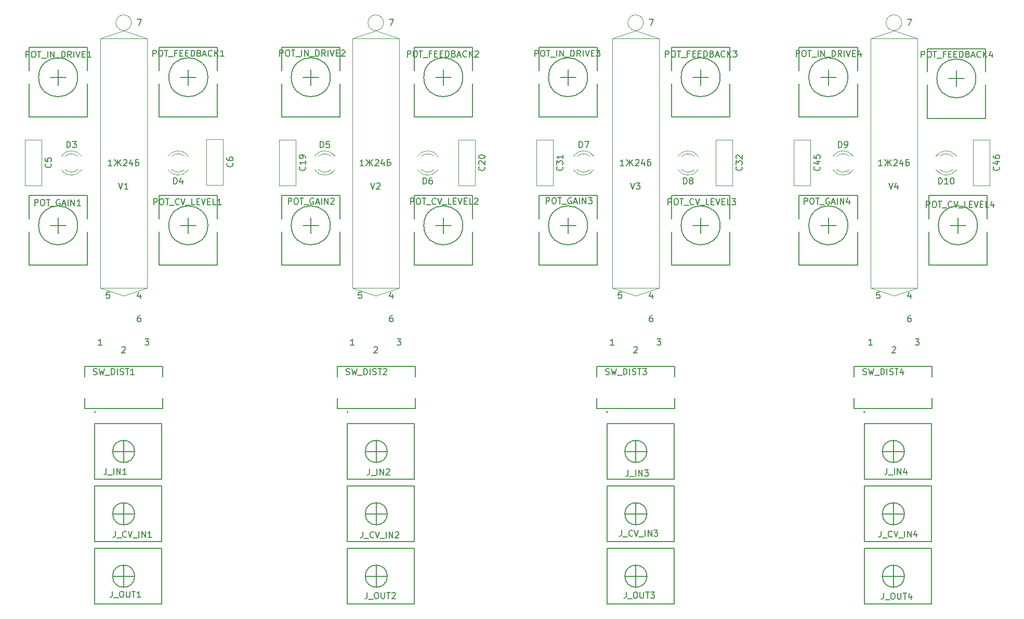
<source format=gto>
G04 #@! TF.GenerationSoftware,KiCad,Pcbnew,(5.1.6-0-10_14)*
G04 #@! TF.CreationDate,2022-03-15T09:33:00+00:00*
G04 #@! TF.ProjectId,Quad Tube VCA,51756164-2054-4756-9265-205643412e6b,rev?*
G04 #@! TF.SameCoordinates,Original*
G04 #@! TF.FileFunction,Legend,Top*
G04 #@! TF.FilePolarity,Positive*
%FSLAX46Y46*%
G04 Gerber Fmt 4.6, Leading zero omitted, Abs format (unit mm)*
G04 Created by KiCad (PCBNEW (5.1.6-0-10_14)) date 2022-03-15 09:33:00*
%MOMM*%
%LPD*%
G01*
G04 APERTURE LIST*
%ADD10C,0.150000*%
%ADD11C,0.200000*%
%ADD12C,0.127000*%
%ADD13C,0.120000*%
%ADD14C,2.875000*%
%ADD15R,2.875000X2.875000*%
%ADD16C,1.700000*%
%ADD17R,1.700000X1.700000*%
%ADD18C,1.900000*%
%ADD19R,1.900000X1.900000*%
%ADD20C,1.400000*%
%ADD21C,2.100000*%
%ADD22C,1.540000*%
%ADD23O,1.800000X1.800000*%
%ADD24R,1.800000X1.800000*%
G04 APERTURE END LIST*
D10*
X208641428Y-71572380D02*
X208070000Y-71572380D01*
X208355714Y-71572380D02*
X208355714Y-70572380D01*
X208260476Y-70715238D01*
X208165238Y-70810476D01*
X208070000Y-70858095D01*
X209450952Y-71000952D02*
X209022380Y-71572380D01*
X209593809Y-71572380D02*
X209593809Y-70572380D01*
X209593809Y-71143809D02*
X209022380Y-70572380D01*
X210165238Y-71572380D02*
X209736666Y-71000952D01*
X210165238Y-70572380D02*
X209593809Y-71143809D01*
X210546190Y-70667619D02*
X210593809Y-70620000D01*
X210689047Y-70572380D01*
X210927142Y-70572380D01*
X211022380Y-70620000D01*
X211070000Y-70667619D01*
X211117619Y-70762857D01*
X211117619Y-70858095D01*
X211070000Y-71000952D01*
X210498571Y-71572380D01*
X211117619Y-71572380D01*
X211974761Y-70905714D02*
X211974761Y-71572380D01*
X211736666Y-70524761D02*
X211498571Y-71239047D01*
X212117619Y-71239047D01*
X212974761Y-70572380D02*
X212498571Y-70572380D01*
X212498571Y-71572380D01*
X212784285Y-71572380D01*
X212927142Y-71524761D01*
X213022380Y-71429523D01*
X213070000Y-71334285D01*
X213070000Y-71191428D01*
X213022380Y-71096190D01*
X212927142Y-71000952D01*
X212784285Y-70953333D01*
X212498571Y-70953333D01*
X166571428Y-71552380D02*
X166000000Y-71552380D01*
X166285714Y-71552380D02*
X166285714Y-70552380D01*
X166190476Y-70695238D01*
X166095238Y-70790476D01*
X166000000Y-70838095D01*
X167380952Y-70980952D02*
X166952380Y-71552380D01*
X167523809Y-71552380D02*
X167523809Y-70552380D01*
X167523809Y-71123809D02*
X166952380Y-70552380D01*
X168095238Y-71552380D02*
X167666666Y-70980952D01*
X168095238Y-70552380D02*
X167523809Y-71123809D01*
X168476190Y-70647619D02*
X168523809Y-70600000D01*
X168619047Y-70552380D01*
X168857142Y-70552380D01*
X168952380Y-70600000D01*
X169000000Y-70647619D01*
X169047619Y-70742857D01*
X169047619Y-70838095D01*
X169000000Y-70980952D01*
X168428571Y-71552380D01*
X169047619Y-71552380D01*
X169904761Y-70885714D02*
X169904761Y-71552380D01*
X169666666Y-70504761D02*
X169428571Y-71219047D01*
X170047619Y-71219047D01*
X170904761Y-70552380D02*
X170428571Y-70552380D01*
X170428571Y-71552380D01*
X170714285Y-71552380D01*
X170857142Y-71504761D01*
X170952380Y-71409523D01*
X171000000Y-71314285D01*
X171000000Y-71171428D01*
X170952380Y-71076190D01*
X170857142Y-70980952D01*
X170714285Y-70933333D01*
X170428571Y-70933333D01*
X124161428Y-71562380D02*
X123590000Y-71562380D01*
X123875714Y-71562380D02*
X123875714Y-70562380D01*
X123780476Y-70705238D01*
X123685238Y-70800476D01*
X123590000Y-70848095D01*
X124970952Y-70990952D02*
X124542380Y-71562380D01*
X125113809Y-71562380D02*
X125113809Y-70562380D01*
X125113809Y-71133809D02*
X124542380Y-70562380D01*
X125685238Y-71562380D02*
X125256666Y-70990952D01*
X125685238Y-70562380D02*
X125113809Y-71133809D01*
X126066190Y-70657619D02*
X126113809Y-70610000D01*
X126209047Y-70562380D01*
X126447142Y-70562380D01*
X126542380Y-70610000D01*
X126590000Y-70657619D01*
X126637619Y-70752857D01*
X126637619Y-70848095D01*
X126590000Y-70990952D01*
X126018571Y-71562380D01*
X126637619Y-71562380D01*
X127494761Y-70895714D02*
X127494761Y-71562380D01*
X127256666Y-70514761D02*
X127018571Y-71229047D01*
X127637619Y-71229047D01*
X128494761Y-70562380D02*
X128018571Y-70562380D01*
X128018571Y-71562380D01*
X128304285Y-71562380D01*
X128447142Y-71514761D01*
X128542380Y-71419523D01*
X128590000Y-71324285D01*
X128590000Y-71181428D01*
X128542380Y-71086190D01*
X128447142Y-70990952D01*
X128304285Y-70943333D01*
X128018571Y-70943333D01*
X83161428Y-71572380D02*
X82590000Y-71572380D01*
X82875714Y-71572380D02*
X82875714Y-70572380D01*
X82780476Y-70715238D01*
X82685238Y-70810476D01*
X82590000Y-70858095D01*
X83970952Y-71000952D02*
X83542380Y-71572380D01*
X84113809Y-71572380D02*
X84113809Y-70572380D01*
X84113809Y-71143809D02*
X83542380Y-70572380D01*
X84685238Y-71572380D02*
X84256666Y-71000952D01*
X84685238Y-70572380D02*
X84113809Y-71143809D01*
X85066190Y-70667619D02*
X85113809Y-70620000D01*
X85209047Y-70572380D01*
X85447142Y-70572380D01*
X85542380Y-70620000D01*
X85590000Y-70667619D01*
X85637619Y-70762857D01*
X85637619Y-70858095D01*
X85590000Y-71000952D01*
X85018571Y-71572380D01*
X85637619Y-71572380D01*
X86494761Y-70905714D02*
X86494761Y-71572380D01*
X86256666Y-70524761D02*
X86018571Y-71239047D01*
X86637619Y-71239047D01*
X87494761Y-70572380D02*
X87018571Y-70572380D01*
X87018571Y-71572380D01*
X87304285Y-71572380D01*
X87447142Y-71524761D01*
X87542380Y-71429523D01*
X87590000Y-71334285D01*
X87590000Y-71191428D01*
X87542380Y-71096190D01*
X87447142Y-71000952D01*
X87304285Y-70953333D01*
X87018571Y-70953333D01*
D11*
X80490000Y-111702500D02*
G75*
G03*
X80490000Y-111702500I-100000J0D01*
G01*
D12*
X78740000Y-109412500D02*
X78740000Y-111132500D01*
X78740000Y-104272500D02*
X78740000Y-105992500D01*
X91440000Y-111132500D02*
X78740000Y-111132500D01*
X91440000Y-109412500D02*
X91440000Y-111132500D01*
X91440000Y-104272500D02*
X91440000Y-105992500D01*
X78740000Y-104272500D02*
X91440000Y-104272500D01*
D11*
X121638000Y-111702500D02*
G75*
G03*
X121638000Y-111702500I-100000J0D01*
G01*
D12*
X119888000Y-109412500D02*
X119888000Y-111132500D01*
X119888000Y-104272500D02*
X119888000Y-105992500D01*
X132588000Y-111132500D02*
X119888000Y-111132500D01*
X132588000Y-109412500D02*
X132588000Y-111132500D01*
X132588000Y-104272500D02*
X132588000Y-105992500D01*
X119888000Y-104272500D02*
X132588000Y-104272500D01*
D11*
X163929000Y-111702500D02*
G75*
G03*
X163929000Y-111702500I-100000J0D01*
G01*
D12*
X162179000Y-109412500D02*
X162179000Y-111132500D01*
X162179000Y-104272500D02*
X162179000Y-105992500D01*
X174879000Y-111132500D02*
X162179000Y-111132500D01*
X174879000Y-109412500D02*
X174879000Y-111132500D01*
X174879000Y-104272500D02*
X174879000Y-105992500D01*
X162179000Y-104272500D02*
X174879000Y-104272500D01*
D11*
X205839000Y-111702500D02*
G75*
G03*
X205839000Y-111702500I-100000J0D01*
G01*
D12*
X204089000Y-109412500D02*
X204089000Y-111132500D01*
X204089000Y-104272500D02*
X204089000Y-105992500D01*
X216789000Y-111132500D02*
X204089000Y-111132500D01*
X216789000Y-109412500D02*
X216789000Y-111132500D01*
X216789000Y-104272500D02*
X216789000Y-105992500D01*
X204089000Y-104272500D02*
X216789000Y-104272500D01*
D13*
X122343333Y-91440000D02*
X129963333Y-91440000D01*
X129963333Y-91440000D02*
X129963333Y-50800000D01*
X129963333Y-50800000D02*
X123613333Y-50800000D01*
X123613333Y-50800000D02*
X122343333Y-50800000D01*
X122343333Y-50800000D02*
X122343333Y-91440000D01*
X127423333Y-48260000D02*
G75*
G03*
X127423333Y-48260000I-1270000J0D01*
G01*
X122343333Y-50800000D02*
X126153333Y-49530000D01*
X129963333Y-50800000D02*
X126153333Y-49530000D01*
X122343333Y-91440000D02*
X126153333Y-92710000D01*
X126153333Y-92710000D02*
X129963333Y-91440000D01*
X81280000Y-91440000D02*
X88900000Y-91440000D01*
X88900000Y-91440000D02*
X88900000Y-50800000D01*
X88900000Y-50800000D02*
X82550000Y-50800000D01*
X82550000Y-50800000D02*
X81280000Y-50800000D01*
X81280000Y-50800000D02*
X81280000Y-91440000D01*
X86360000Y-48260000D02*
G75*
G03*
X86360000Y-48260000I-1270000J0D01*
G01*
X81280000Y-50800000D02*
X85090000Y-49530000D01*
X88900000Y-50800000D02*
X85090000Y-49530000D01*
X81280000Y-91440000D02*
X85090000Y-92710000D01*
X85090000Y-92710000D02*
X88900000Y-91440000D01*
X206740000Y-91440000D02*
X214360000Y-91440000D01*
X214360000Y-91440000D02*
X214360000Y-50800000D01*
X214360000Y-50800000D02*
X208010000Y-50800000D01*
X208010000Y-50800000D02*
X206740000Y-50800000D01*
X206740000Y-50800000D02*
X206740000Y-91440000D01*
X211820000Y-48260000D02*
G75*
G03*
X211820000Y-48260000I-1270000J0D01*
G01*
X206740000Y-50800000D02*
X210550000Y-49530000D01*
X214360000Y-50800000D02*
X210550000Y-49530000D01*
X206740000Y-91440000D02*
X210550000Y-92710000D01*
X210550000Y-92710000D02*
X214360000Y-91440000D01*
X164676666Y-91440000D02*
X172296666Y-91440000D01*
X172296666Y-91440000D02*
X172296666Y-50800000D01*
X172296666Y-50800000D02*
X165946666Y-50800000D01*
X165946666Y-50800000D02*
X164676666Y-50800000D01*
X164676666Y-50800000D02*
X164676666Y-91440000D01*
X169756666Y-48260000D02*
G75*
G03*
X169756666Y-48260000I-1270000J0D01*
G01*
X164676666Y-50800000D02*
X168486666Y-49530000D01*
X172296666Y-50800000D02*
X168486666Y-49530000D01*
X164676666Y-91440000D02*
X168486666Y-92710000D01*
X168486666Y-92710000D02*
X172296666Y-91440000D01*
D10*
X198610000Y-57150000D02*
X201150000Y-57150000D01*
X199880000Y-55880000D02*
X199880000Y-58420000D01*
X203055000Y-57150000D02*
G75*
G03*
X203055000Y-57150000I-3175000J0D01*
G01*
X195130000Y-52300000D02*
X195130000Y-63650000D01*
X204630000Y-52300000D02*
X204630000Y-63650000D01*
X195130000Y-63650000D02*
X204630000Y-63650000D01*
X195130000Y-52300000D02*
X204630000Y-52300000D01*
X156210000Y-57150000D02*
X158750000Y-57150000D01*
X157480000Y-55880000D02*
X157480000Y-58420000D01*
X160655000Y-57150000D02*
G75*
G03*
X160655000Y-57150000I-3175000J0D01*
G01*
X152730000Y-52300000D02*
X152730000Y-63650000D01*
X162230000Y-52300000D02*
X162230000Y-63650000D01*
X152730000Y-63650000D02*
X162230000Y-63650000D01*
X152730000Y-52300000D02*
X162230000Y-52300000D01*
X114300000Y-57150000D02*
X116840000Y-57150000D01*
X115570000Y-55880000D02*
X115570000Y-58420000D01*
X118745000Y-57150000D02*
G75*
G03*
X118745000Y-57150000I-3175000J0D01*
G01*
X110820000Y-52300000D02*
X110820000Y-63650000D01*
X120320000Y-52300000D02*
X120320000Y-63650000D01*
X110820000Y-63650000D02*
X120320000Y-63650000D01*
X110820000Y-52300000D02*
X120320000Y-52300000D01*
X73152000Y-57150000D02*
X75692000Y-57150000D01*
X74422000Y-55880000D02*
X74422000Y-58420000D01*
X77597000Y-57150000D02*
G75*
G03*
X77597000Y-57150000I-3175000J0D01*
G01*
X69672000Y-52300000D02*
X69672000Y-63650000D01*
X79172000Y-52300000D02*
X79172000Y-63650000D01*
X69672000Y-63650000D02*
X79172000Y-63650000D01*
X69672000Y-52300000D02*
X79172000Y-52300000D01*
X198610000Y-81280000D02*
X201150000Y-81280000D01*
X199880000Y-80010000D02*
X199880000Y-82550000D01*
X203055000Y-81280000D02*
G75*
G03*
X203055000Y-81280000I-3175000J0D01*
G01*
X195130000Y-76430000D02*
X195130000Y-87780000D01*
X204630000Y-76430000D02*
X204630000Y-87780000D01*
X195130000Y-87780000D02*
X204630000Y-87780000D01*
X195130000Y-76430000D02*
X204630000Y-76430000D01*
X156210000Y-81280000D02*
X158750000Y-81280000D01*
X157480000Y-80010000D02*
X157480000Y-82550000D01*
X160655000Y-81280000D02*
G75*
G03*
X160655000Y-81280000I-3175000J0D01*
G01*
X152730000Y-76430000D02*
X152730000Y-87780000D01*
X162230000Y-76430000D02*
X162230000Y-87780000D01*
X152730000Y-87780000D02*
X162230000Y-87780000D01*
X152730000Y-76430000D02*
X162230000Y-76430000D01*
X114300000Y-81280000D02*
X116840000Y-81280000D01*
X115570000Y-80010000D02*
X115570000Y-82550000D01*
X118745000Y-81280000D02*
G75*
G03*
X118745000Y-81280000I-3175000J0D01*
G01*
X110820000Y-76430000D02*
X110820000Y-87780000D01*
X120320000Y-76430000D02*
X120320000Y-87780000D01*
X110820000Y-87780000D02*
X120320000Y-87780000D01*
X110820000Y-76430000D02*
X120320000Y-76430000D01*
X73152000Y-81280000D02*
X75692000Y-81280000D01*
X74422000Y-80010000D02*
X74422000Y-82550000D01*
X77597000Y-81280000D02*
G75*
G03*
X77597000Y-81280000I-3175000J0D01*
G01*
X69672000Y-76430000D02*
X69672000Y-87780000D01*
X79172000Y-76430000D02*
X79172000Y-87780000D01*
X69672000Y-87780000D02*
X79172000Y-87780000D01*
X69672000Y-76430000D02*
X79172000Y-76430000D01*
X219456000Y-57340500D02*
X221996000Y-57340500D01*
X220726000Y-56070500D02*
X220726000Y-58610500D01*
X223901000Y-57340500D02*
G75*
G03*
X223901000Y-57340500I-3175000J0D01*
G01*
X215976000Y-52490500D02*
X215976000Y-63840500D01*
X225476000Y-52490500D02*
X225476000Y-63840500D01*
X215976000Y-63840500D02*
X225476000Y-63840500D01*
X215976000Y-52490500D02*
X225476000Y-52490500D01*
X177800000Y-57150000D02*
X180340000Y-57150000D01*
X179070000Y-55880000D02*
X179070000Y-58420000D01*
X182245000Y-57150000D02*
G75*
G03*
X182245000Y-57150000I-3175000J0D01*
G01*
X174320000Y-52300000D02*
X174320000Y-63650000D01*
X183820000Y-52300000D02*
X183820000Y-63650000D01*
X174320000Y-63650000D02*
X183820000Y-63650000D01*
X174320000Y-52300000D02*
X183820000Y-52300000D01*
X135890000Y-57150000D02*
X138430000Y-57150000D01*
X137160000Y-55880000D02*
X137160000Y-58420000D01*
X140335000Y-57150000D02*
G75*
G03*
X140335000Y-57150000I-3175000J0D01*
G01*
X132410000Y-52300000D02*
X132410000Y-63650000D01*
X141910000Y-52300000D02*
X141910000Y-63650000D01*
X132410000Y-63650000D02*
X141910000Y-63650000D01*
X132410000Y-52300000D02*
X141910000Y-52300000D01*
X94361000Y-57150000D02*
X96901000Y-57150000D01*
X95631000Y-55880000D02*
X95631000Y-58420000D01*
X98806000Y-57150000D02*
G75*
G03*
X98806000Y-57150000I-3175000J0D01*
G01*
X90881000Y-52300000D02*
X90881000Y-63650000D01*
X100381000Y-52300000D02*
X100381000Y-63650000D01*
X90881000Y-63650000D02*
X100381000Y-63650000D01*
X90881000Y-52300000D02*
X100381000Y-52300000D01*
X219710000Y-81280000D02*
X222250000Y-81280000D01*
X220980000Y-80010000D02*
X220980000Y-82550000D01*
X224155000Y-81280000D02*
G75*
G03*
X224155000Y-81280000I-3175000J0D01*
G01*
X216230000Y-76430000D02*
X216230000Y-87780000D01*
X225730000Y-76430000D02*
X225730000Y-87780000D01*
X216230000Y-87780000D02*
X225730000Y-87780000D01*
X216230000Y-76430000D02*
X225730000Y-76430000D01*
X177800000Y-81280000D02*
X180340000Y-81280000D01*
X179070000Y-80010000D02*
X179070000Y-82550000D01*
X182245000Y-81280000D02*
G75*
G03*
X182245000Y-81280000I-3175000J0D01*
G01*
X174320000Y-76430000D02*
X174320000Y-87780000D01*
X183820000Y-76430000D02*
X183820000Y-87780000D01*
X174320000Y-87780000D02*
X183820000Y-87780000D01*
X174320000Y-76430000D02*
X183820000Y-76430000D01*
X135890000Y-81280000D02*
X138430000Y-81280000D01*
X137160000Y-80010000D02*
X137160000Y-82550000D01*
X140335000Y-81280000D02*
G75*
G03*
X140335000Y-81280000I-3175000J0D01*
G01*
X132410000Y-76430000D02*
X132410000Y-87780000D01*
X141910000Y-76430000D02*
X141910000Y-87780000D01*
X132410000Y-87780000D02*
X141910000Y-87780000D01*
X132410000Y-76430000D02*
X141910000Y-76430000D01*
X94361000Y-81280000D02*
X96901000Y-81280000D01*
X95631000Y-80010000D02*
X95631000Y-82550000D01*
X98806000Y-81280000D02*
G75*
G03*
X98806000Y-81280000I-3175000J0D01*
G01*
X90881000Y-76430000D02*
X90881000Y-87780000D01*
X100381000Y-76430000D02*
X100381000Y-87780000D01*
X90881000Y-87780000D02*
X100381000Y-87780000D01*
X90881000Y-76430000D02*
X100381000Y-76430000D01*
X216669000Y-133930000D02*
X216669000Y-142930000D01*
X205769000Y-133930000D02*
X205769000Y-142930000D01*
X216669000Y-133930000D02*
X205769000Y-133930000D01*
X216669000Y-142930000D02*
X205769000Y-142930000D01*
X212269000Y-138430000D02*
G75*
G03*
X212269000Y-138430000I-1800000J0D01*
G01*
X212269000Y-138430000D02*
X208669000Y-138430000D01*
X210469000Y-136630000D02*
X210469000Y-140230000D01*
X174729000Y-133930000D02*
X174729000Y-142930000D01*
X163829000Y-133930000D02*
X163829000Y-142930000D01*
X174729000Y-133930000D02*
X163829000Y-133930000D01*
X174729000Y-142930000D02*
X163829000Y-142930000D01*
X170329000Y-138430000D02*
G75*
G03*
X170329000Y-138430000I-1800000J0D01*
G01*
X170329000Y-138430000D02*
X166729000Y-138430000D01*
X168529000Y-136630000D02*
X168529000Y-140230000D01*
X132438000Y-133930000D02*
X132438000Y-142930000D01*
X121538000Y-133930000D02*
X121538000Y-142930000D01*
X132438000Y-133930000D02*
X121538000Y-133930000D01*
X132438000Y-142930000D02*
X121538000Y-142930000D01*
X128038000Y-138430000D02*
G75*
G03*
X128038000Y-138430000I-1800000J0D01*
G01*
X128038000Y-138430000D02*
X124438000Y-138430000D01*
X126238000Y-136630000D02*
X126238000Y-140230000D01*
X91290000Y-133930000D02*
X91290000Y-142930000D01*
X80390000Y-133930000D02*
X80390000Y-142930000D01*
X91290000Y-133930000D02*
X80390000Y-133930000D01*
X91290000Y-142930000D02*
X80390000Y-142930000D01*
X86890000Y-138430000D02*
G75*
G03*
X86890000Y-138430000I-1800000J0D01*
G01*
X86890000Y-138430000D02*
X83290000Y-138430000D01*
X85090000Y-136630000D02*
X85090000Y-140230000D01*
X216669000Y-113610000D02*
X216669000Y-122610000D01*
X205769000Y-113610000D02*
X205769000Y-122610000D01*
X216669000Y-113610000D02*
X205769000Y-113610000D01*
X216669000Y-122610000D02*
X205769000Y-122610000D01*
X212269000Y-118110000D02*
G75*
G03*
X212269000Y-118110000I-1800000J0D01*
G01*
X212269000Y-118110000D02*
X208669000Y-118110000D01*
X210469000Y-116310000D02*
X210469000Y-119910000D01*
X174729000Y-113610000D02*
X174729000Y-122610000D01*
X163829000Y-113610000D02*
X163829000Y-122610000D01*
X174729000Y-113610000D02*
X163829000Y-113610000D01*
X174729000Y-122610000D02*
X163829000Y-122610000D01*
X170329000Y-118110000D02*
G75*
G03*
X170329000Y-118110000I-1800000J0D01*
G01*
X170329000Y-118110000D02*
X166729000Y-118110000D01*
X168529000Y-116310000D02*
X168529000Y-119910000D01*
X132438000Y-113610000D02*
X132438000Y-122610000D01*
X121538000Y-113610000D02*
X121538000Y-122610000D01*
X132438000Y-113610000D02*
X121538000Y-113610000D01*
X132438000Y-122610000D02*
X121538000Y-122610000D01*
X128038000Y-118110000D02*
G75*
G03*
X128038000Y-118110000I-1800000J0D01*
G01*
X128038000Y-118110000D02*
X124438000Y-118110000D01*
X126238000Y-116310000D02*
X126238000Y-119910000D01*
X91290000Y-113610000D02*
X91290000Y-122610000D01*
X80390000Y-113610000D02*
X80390000Y-122610000D01*
X91290000Y-113610000D02*
X80390000Y-113610000D01*
X91290000Y-122610000D02*
X80390000Y-122610000D01*
X86890000Y-118110000D02*
G75*
G03*
X86890000Y-118110000I-1800000J0D01*
G01*
X86890000Y-118110000D02*
X83290000Y-118110000D01*
X85090000Y-116310000D02*
X85090000Y-119910000D01*
X216669000Y-123770000D02*
X216669000Y-132770000D01*
X205769000Y-123770000D02*
X205769000Y-132770000D01*
X216669000Y-123770000D02*
X205769000Y-123770000D01*
X216669000Y-132770000D02*
X205769000Y-132770000D01*
X212269000Y-128270000D02*
G75*
G03*
X212269000Y-128270000I-1800000J0D01*
G01*
X212269000Y-128270000D02*
X208669000Y-128270000D01*
X210469000Y-126470000D02*
X210469000Y-130070000D01*
X174729000Y-123770000D02*
X174729000Y-132770000D01*
X163829000Y-123770000D02*
X163829000Y-132770000D01*
X174729000Y-123770000D02*
X163829000Y-123770000D01*
X174729000Y-132770000D02*
X163829000Y-132770000D01*
X170329000Y-128270000D02*
G75*
G03*
X170329000Y-128270000I-1800000J0D01*
G01*
X170329000Y-128270000D02*
X166729000Y-128270000D01*
X168529000Y-126470000D02*
X168529000Y-130070000D01*
X132438000Y-123770000D02*
X132438000Y-132770000D01*
X121538000Y-123770000D02*
X121538000Y-132770000D01*
X132438000Y-123770000D02*
X121538000Y-123770000D01*
X132438000Y-132770000D02*
X121538000Y-132770000D01*
X128038000Y-128270000D02*
G75*
G03*
X128038000Y-128270000I-1800000J0D01*
G01*
X128038000Y-128270000D02*
X124438000Y-128270000D01*
X126238000Y-126470000D02*
X126238000Y-130070000D01*
X91290000Y-123770000D02*
X91290000Y-132770000D01*
X80390000Y-123770000D02*
X80390000Y-132770000D01*
X91290000Y-123770000D02*
X80390000Y-123770000D01*
X91290000Y-132770000D02*
X80390000Y-132770000D01*
X86890000Y-128270000D02*
G75*
G03*
X86890000Y-128270000I-1800000J0D01*
G01*
X86890000Y-128270000D02*
X83290000Y-128270000D01*
X85090000Y-126470000D02*
X85090000Y-130070000D01*
D13*
X220635000Y-70040000D02*
X220635000Y-69884000D01*
X220635000Y-72356000D02*
X220635000Y-72200000D01*
X218033870Y-70040163D02*
G75*
G02*
X220115961Y-70040000I1041130J-1079837D01*
G01*
X218033870Y-72199837D02*
G75*
G03*
X220115961Y-72200000I1041130J1079837D01*
G01*
X217402665Y-70041392D02*
G75*
G02*
X220635000Y-69884484I1672335J-1078608D01*
G01*
X217402665Y-72198608D02*
G75*
G03*
X220635000Y-72355516I1672335J1078608D01*
G01*
X200706000Y-72200000D02*
X200706000Y-72356000D01*
X200706000Y-69884000D02*
X200706000Y-70040000D01*
X203307130Y-72199837D02*
G75*
G02*
X201225039Y-72200000I-1041130J1079837D01*
G01*
X203307130Y-70040163D02*
G75*
G03*
X201225039Y-70040000I-1041130J-1079837D01*
G01*
X203938335Y-72198608D02*
G75*
G02*
X200706000Y-72355516I-1672335J1078608D01*
G01*
X203938335Y-70041392D02*
G75*
G03*
X200706000Y-69884484I-1672335J-1078608D01*
G01*
X178598000Y-70040000D02*
X178598000Y-69884000D01*
X178598000Y-72356000D02*
X178598000Y-72200000D01*
X175996870Y-70040163D02*
G75*
G02*
X178078961Y-70040000I1041130J-1079837D01*
G01*
X175996870Y-72199837D02*
G75*
G03*
X178078961Y-72200000I1041130J1079837D01*
G01*
X175365665Y-70041392D02*
G75*
G02*
X178598000Y-69884484I1672335J-1078608D01*
G01*
X175365665Y-72198608D02*
G75*
G03*
X178598000Y-72355516I1672335J1078608D01*
G01*
X158460000Y-72200000D02*
X158460000Y-72356000D01*
X158460000Y-69884000D02*
X158460000Y-70040000D01*
X161061130Y-72199837D02*
G75*
G02*
X158979039Y-72200000I-1041130J1079837D01*
G01*
X161061130Y-70040163D02*
G75*
G03*
X158979039Y-70040000I-1041130J-1079837D01*
G01*
X161692335Y-72198608D02*
G75*
G02*
X158460000Y-72355516I-1672335J1078608D01*
G01*
X161692335Y-70041392D02*
G75*
G03*
X158460000Y-69884484I-1672335J-1078608D01*
G01*
X136180000Y-70040000D02*
X136180000Y-69884000D01*
X136180000Y-72356000D02*
X136180000Y-72200000D01*
X133578870Y-70040163D02*
G75*
G02*
X135660961Y-70040000I1041130J-1079837D01*
G01*
X133578870Y-72199837D02*
G75*
G03*
X135660961Y-72200000I1041130J1079837D01*
G01*
X132947665Y-70041392D02*
G75*
G02*
X136180000Y-69884484I1672335J-1078608D01*
G01*
X132947665Y-72198608D02*
G75*
G03*
X136180000Y-72355516I1672335J1078608D01*
G01*
X116296000Y-72200000D02*
X116296000Y-72356000D01*
X116296000Y-69884000D02*
X116296000Y-70040000D01*
X118897130Y-72199837D02*
G75*
G02*
X116815039Y-72200000I-1041130J1079837D01*
G01*
X118897130Y-70040163D02*
G75*
G03*
X116815039Y-70040000I-1041130J-1079837D01*
G01*
X119528335Y-72198608D02*
G75*
G02*
X116296000Y-72355516I-1672335J1078608D01*
G01*
X119528335Y-70041392D02*
G75*
G03*
X116296000Y-69884484I-1672335J-1078608D01*
G01*
X95540000Y-70040000D02*
X95540000Y-69884000D01*
X95540000Y-72356000D02*
X95540000Y-72200000D01*
X92938870Y-70040163D02*
G75*
G02*
X95020961Y-70040000I1041130J-1079837D01*
G01*
X92938870Y-72199837D02*
G75*
G03*
X95020961Y-72200000I1041130J1079837D01*
G01*
X92307665Y-70041392D02*
G75*
G02*
X95540000Y-69884484I1672335J-1078608D01*
G01*
X92307665Y-72198608D02*
G75*
G03*
X95540000Y-72355516I1672335J1078608D01*
G01*
X75021000Y-72200000D02*
X75021000Y-72356000D01*
X75021000Y-69884000D02*
X75021000Y-70040000D01*
X77622130Y-72199837D02*
G75*
G02*
X75540039Y-72200000I-1041130J1079837D01*
G01*
X77622130Y-70040163D02*
G75*
G03*
X75540039Y-70040000I-1041130J-1079837D01*
G01*
X78253335Y-72198608D02*
G75*
G02*
X75021000Y-72355516I-1672335J1078608D01*
G01*
X78253335Y-70041392D02*
G75*
G03*
X75021000Y-69884484I-1672335J-1078608D01*
G01*
X226160000Y-74800000D02*
X223420000Y-74800000D01*
X226160000Y-67360000D02*
X223420000Y-67360000D01*
X223420000Y-67360000D02*
X223420000Y-74800000D01*
X226160000Y-67360000D02*
X226160000Y-74800000D01*
X196950000Y-74800000D02*
X194210000Y-74800000D01*
X196950000Y-67360000D02*
X194210000Y-67360000D01*
X194210000Y-67360000D02*
X194210000Y-74800000D01*
X196950000Y-67360000D02*
X196950000Y-74800000D01*
X184250000Y-74800000D02*
X181510000Y-74800000D01*
X184250000Y-67360000D02*
X181510000Y-67360000D01*
X181510000Y-67360000D02*
X181510000Y-74800000D01*
X184250000Y-67360000D02*
X184250000Y-74800000D01*
X155040000Y-74800000D02*
X152300000Y-74800000D01*
X155040000Y-67360000D02*
X152300000Y-67360000D01*
X152300000Y-67360000D02*
X152300000Y-74800000D01*
X155040000Y-67360000D02*
X155040000Y-74800000D01*
X142340000Y-74800000D02*
X139600000Y-74800000D01*
X142340000Y-67360000D02*
X139600000Y-67360000D01*
X139600000Y-67360000D02*
X139600000Y-74800000D01*
X142340000Y-67360000D02*
X142340000Y-74800000D01*
X113130000Y-74800000D02*
X110390000Y-74800000D01*
X113130000Y-67360000D02*
X110390000Y-67360000D01*
X110390000Y-67360000D02*
X110390000Y-74800000D01*
X113130000Y-67360000D02*
X113130000Y-74800000D01*
X101319000Y-74673000D02*
X98579000Y-74673000D01*
X101319000Y-67233000D02*
X98579000Y-67233000D01*
X98579000Y-67233000D02*
X98579000Y-74673000D01*
X101319000Y-67233000D02*
X101319000Y-74673000D01*
X71728000Y-74800000D02*
X68988000Y-74800000D01*
X71728000Y-67360000D02*
X68988000Y-67360000D01*
X68988000Y-67360000D02*
X68988000Y-74800000D01*
X71728000Y-67360000D02*
X71728000Y-74800000D01*
D10*
X80180476Y-105567261D02*
X80323333Y-105614880D01*
X80561428Y-105614880D01*
X80656666Y-105567261D01*
X80704285Y-105519642D01*
X80751904Y-105424404D01*
X80751904Y-105329166D01*
X80704285Y-105233928D01*
X80656666Y-105186309D01*
X80561428Y-105138690D01*
X80370952Y-105091071D01*
X80275714Y-105043452D01*
X80228095Y-104995833D01*
X80180476Y-104900595D01*
X80180476Y-104805357D01*
X80228095Y-104710119D01*
X80275714Y-104662500D01*
X80370952Y-104614880D01*
X80609047Y-104614880D01*
X80751904Y-104662500D01*
X81085238Y-104614880D02*
X81323333Y-105614880D01*
X81513809Y-104900595D01*
X81704285Y-105614880D01*
X81942380Y-104614880D01*
X82085238Y-105710119D02*
X82847142Y-105710119D01*
X83085238Y-105614880D02*
X83085238Y-104614880D01*
X83323333Y-104614880D01*
X83466190Y-104662500D01*
X83561428Y-104757738D01*
X83609047Y-104852976D01*
X83656666Y-105043452D01*
X83656666Y-105186309D01*
X83609047Y-105376785D01*
X83561428Y-105472023D01*
X83466190Y-105567261D01*
X83323333Y-105614880D01*
X83085238Y-105614880D01*
X84085238Y-105614880D02*
X84085238Y-104614880D01*
X84513809Y-105567261D02*
X84656666Y-105614880D01*
X84894761Y-105614880D01*
X84990000Y-105567261D01*
X85037619Y-105519642D01*
X85085238Y-105424404D01*
X85085238Y-105329166D01*
X85037619Y-105233928D01*
X84990000Y-105186309D01*
X84894761Y-105138690D01*
X84704285Y-105091071D01*
X84609047Y-105043452D01*
X84561428Y-104995833D01*
X84513809Y-104900595D01*
X84513809Y-104805357D01*
X84561428Y-104710119D01*
X84609047Y-104662500D01*
X84704285Y-104614880D01*
X84942380Y-104614880D01*
X85085238Y-104662500D01*
X85370952Y-104614880D02*
X85942380Y-104614880D01*
X85656666Y-105614880D02*
X85656666Y-104614880D01*
X86799523Y-105614880D02*
X86228095Y-105614880D01*
X86513809Y-105614880D02*
X86513809Y-104614880D01*
X86418571Y-104757738D01*
X86323333Y-104852976D01*
X86228095Y-104900595D01*
X121328476Y-105567261D02*
X121471333Y-105614880D01*
X121709428Y-105614880D01*
X121804666Y-105567261D01*
X121852285Y-105519642D01*
X121899904Y-105424404D01*
X121899904Y-105329166D01*
X121852285Y-105233928D01*
X121804666Y-105186309D01*
X121709428Y-105138690D01*
X121518952Y-105091071D01*
X121423714Y-105043452D01*
X121376095Y-104995833D01*
X121328476Y-104900595D01*
X121328476Y-104805357D01*
X121376095Y-104710119D01*
X121423714Y-104662500D01*
X121518952Y-104614880D01*
X121757047Y-104614880D01*
X121899904Y-104662500D01*
X122233238Y-104614880D02*
X122471333Y-105614880D01*
X122661809Y-104900595D01*
X122852285Y-105614880D01*
X123090380Y-104614880D01*
X123233238Y-105710119D02*
X123995142Y-105710119D01*
X124233238Y-105614880D02*
X124233238Y-104614880D01*
X124471333Y-104614880D01*
X124614190Y-104662500D01*
X124709428Y-104757738D01*
X124757047Y-104852976D01*
X124804666Y-105043452D01*
X124804666Y-105186309D01*
X124757047Y-105376785D01*
X124709428Y-105472023D01*
X124614190Y-105567261D01*
X124471333Y-105614880D01*
X124233238Y-105614880D01*
X125233238Y-105614880D02*
X125233238Y-104614880D01*
X125661809Y-105567261D02*
X125804666Y-105614880D01*
X126042761Y-105614880D01*
X126138000Y-105567261D01*
X126185619Y-105519642D01*
X126233238Y-105424404D01*
X126233238Y-105329166D01*
X126185619Y-105233928D01*
X126138000Y-105186309D01*
X126042761Y-105138690D01*
X125852285Y-105091071D01*
X125757047Y-105043452D01*
X125709428Y-104995833D01*
X125661809Y-104900595D01*
X125661809Y-104805357D01*
X125709428Y-104710119D01*
X125757047Y-104662500D01*
X125852285Y-104614880D01*
X126090380Y-104614880D01*
X126233238Y-104662500D01*
X126518952Y-104614880D02*
X127090380Y-104614880D01*
X126804666Y-105614880D02*
X126804666Y-104614880D01*
X127376095Y-104710119D02*
X127423714Y-104662500D01*
X127518952Y-104614880D01*
X127757047Y-104614880D01*
X127852285Y-104662500D01*
X127899904Y-104710119D01*
X127947523Y-104805357D01*
X127947523Y-104900595D01*
X127899904Y-105043452D01*
X127328476Y-105614880D01*
X127947523Y-105614880D01*
X163619476Y-105567261D02*
X163762333Y-105614880D01*
X164000428Y-105614880D01*
X164095666Y-105567261D01*
X164143285Y-105519642D01*
X164190904Y-105424404D01*
X164190904Y-105329166D01*
X164143285Y-105233928D01*
X164095666Y-105186309D01*
X164000428Y-105138690D01*
X163809952Y-105091071D01*
X163714714Y-105043452D01*
X163667095Y-104995833D01*
X163619476Y-104900595D01*
X163619476Y-104805357D01*
X163667095Y-104710119D01*
X163714714Y-104662500D01*
X163809952Y-104614880D01*
X164048047Y-104614880D01*
X164190904Y-104662500D01*
X164524238Y-104614880D02*
X164762333Y-105614880D01*
X164952809Y-104900595D01*
X165143285Y-105614880D01*
X165381380Y-104614880D01*
X165524238Y-105710119D02*
X166286142Y-105710119D01*
X166524238Y-105614880D02*
X166524238Y-104614880D01*
X166762333Y-104614880D01*
X166905190Y-104662500D01*
X167000428Y-104757738D01*
X167048047Y-104852976D01*
X167095666Y-105043452D01*
X167095666Y-105186309D01*
X167048047Y-105376785D01*
X167000428Y-105472023D01*
X166905190Y-105567261D01*
X166762333Y-105614880D01*
X166524238Y-105614880D01*
X167524238Y-105614880D02*
X167524238Y-104614880D01*
X167952809Y-105567261D02*
X168095666Y-105614880D01*
X168333761Y-105614880D01*
X168429000Y-105567261D01*
X168476619Y-105519642D01*
X168524238Y-105424404D01*
X168524238Y-105329166D01*
X168476619Y-105233928D01*
X168429000Y-105186309D01*
X168333761Y-105138690D01*
X168143285Y-105091071D01*
X168048047Y-105043452D01*
X168000428Y-104995833D01*
X167952809Y-104900595D01*
X167952809Y-104805357D01*
X168000428Y-104710119D01*
X168048047Y-104662500D01*
X168143285Y-104614880D01*
X168381380Y-104614880D01*
X168524238Y-104662500D01*
X168809952Y-104614880D02*
X169381380Y-104614880D01*
X169095666Y-105614880D02*
X169095666Y-104614880D01*
X169619476Y-104614880D02*
X170238523Y-104614880D01*
X169905190Y-104995833D01*
X170048047Y-104995833D01*
X170143285Y-105043452D01*
X170190904Y-105091071D01*
X170238523Y-105186309D01*
X170238523Y-105424404D01*
X170190904Y-105519642D01*
X170143285Y-105567261D01*
X170048047Y-105614880D01*
X169762333Y-105614880D01*
X169667095Y-105567261D01*
X169619476Y-105519642D01*
X205529476Y-105567261D02*
X205672333Y-105614880D01*
X205910428Y-105614880D01*
X206005666Y-105567261D01*
X206053285Y-105519642D01*
X206100904Y-105424404D01*
X206100904Y-105329166D01*
X206053285Y-105233928D01*
X206005666Y-105186309D01*
X205910428Y-105138690D01*
X205719952Y-105091071D01*
X205624714Y-105043452D01*
X205577095Y-104995833D01*
X205529476Y-104900595D01*
X205529476Y-104805357D01*
X205577095Y-104710119D01*
X205624714Y-104662500D01*
X205719952Y-104614880D01*
X205958047Y-104614880D01*
X206100904Y-104662500D01*
X206434238Y-104614880D02*
X206672333Y-105614880D01*
X206862809Y-104900595D01*
X207053285Y-105614880D01*
X207291380Y-104614880D01*
X207434238Y-105710119D02*
X208196142Y-105710119D01*
X208434238Y-105614880D02*
X208434238Y-104614880D01*
X208672333Y-104614880D01*
X208815190Y-104662500D01*
X208910428Y-104757738D01*
X208958047Y-104852976D01*
X209005666Y-105043452D01*
X209005666Y-105186309D01*
X208958047Y-105376785D01*
X208910428Y-105472023D01*
X208815190Y-105567261D01*
X208672333Y-105614880D01*
X208434238Y-105614880D01*
X209434238Y-105614880D02*
X209434238Y-104614880D01*
X209862809Y-105567261D02*
X210005666Y-105614880D01*
X210243761Y-105614880D01*
X210339000Y-105567261D01*
X210386619Y-105519642D01*
X210434238Y-105424404D01*
X210434238Y-105329166D01*
X210386619Y-105233928D01*
X210339000Y-105186309D01*
X210243761Y-105138690D01*
X210053285Y-105091071D01*
X209958047Y-105043452D01*
X209910428Y-104995833D01*
X209862809Y-104900595D01*
X209862809Y-104805357D01*
X209910428Y-104710119D01*
X209958047Y-104662500D01*
X210053285Y-104614880D01*
X210291380Y-104614880D01*
X210434238Y-104662500D01*
X210719952Y-104614880D02*
X211291380Y-104614880D01*
X211005666Y-105614880D02*
X211005666Y-104614880D01*
X212053285Y-104948214D02*
X212053285Y-105614880D01*
X211815190Y-104567261D02*
X211577095Y-105281547D01*
X212196142Y-105281547D01*
X125343809Y-74382380D02*
X125677142Y-75382380D01*
X126010475Y-74382380D01*
X126296190Y-74477619D02*
X126343809Y-74430000D01*
X126439047Y-74382380D01*
X126677142Y-74382380D01*
X126772380Y-74430000D01*
X126819999Y-74477619D01*
X126867618Y-74572857D01*
X126867618Y-74668095D01*
X126819999Y-74810952D01*
X126248571Y-75382380D01*
X126867618Y-75382380D01*
X128359999Y-47712380D02*
X129026666Y-47712380D01*
X128598094Y-48712380D01*
X128883809Y-95972380D02*
X128693333Y-95972380D01*
X128598094Y-96020000D01*
X128550475Y-96067619D01*
X128455237Y-96210476D01*
X128407618Y-96400952D01*
X128407618Y-96781904D01*
X128455237Y-96877142D01*
X128502856Y-96924761D01*
X128598094Y-96972380D01*
X128788571Y-96972380D01*
X128883809Y-96924761D01*
X128931428Y-96877142D01*
X128979047Y-96781904D01*
X128979047Y-96543809D01*
X128931428Y-96448571D01*
X128883809Y-96400952D01*
X128788571Y-96353333D01*
X128598094Y-96353333D01*
X128502856Y-96400952D01*
X128455237Y-96448571D01*
X128407618Y-96543809D01*
X128883809Y-92495714D02*
X128883809Y-93162380D01*
X128645713Y-92114761D02*
X128407618Y-92829047D01*
X129026666Y-92829047D01*
X123851428Y-92162380D02*
X123375237Y-92162380D01*
X123327618Y-92638571D01*
X123375237Y-92590952D01*
X123470475Y-92543333D01*
X123708571Y-92543333D01*
X123803809Y-92590952D01*
X123851428Y-92638571D01*
X123899047Y-92733809D01*
X123899047Y-92971904D01*
X123851428Y-93067142D01*
X123803809Y-93114761D01*
X123708571Y-93162380D01*
X123470475Y-93162380D01*
X123375237Y-93114761D01*
X123327618Y-93067142D01*
X129629999Y-99782380D02*
X130249047Y-99782380D01*
X129915713Y-100163333D01*
X130058571Y-100163333D01*
X130153809Y-100210952D01*
X130201428Y-100258571D01*
X130249047Y-100353809D01*
X130249047Y-100591904D01*
X130201428Y-100687142D01*
X130153809Y-100734761D01*
X130058571Y-100782380D01*
X129772856Y-100782380D01*
X129677618Y-100734761D01*
X129629999Y-100687142D01*
X125867618Y-101147619D02*
X125915237Y-101100000D01*
X126010475Y-101052380D01*
X126248571Y-101052380D01*
X126343809Y-101100000D01*
X126391428Y-101147619D01*
X126439047Y-101242857D01*
X126439047Y-101338095D01*
X126391428Y-101480952D01*
X125819999Y-102052380D01*
X126439047Y-102052380D01*
X122629047Y-100782380D02*
X122057618Y-100782380D01*
X122343333Y-100782380D02*
X122343333Y-99782380D01*
X122248094Y-99925238D01*
X122152856Y-100020476D01*
X122057618Y-100068095D01*
X84280476Y-74382380D02*
X84613809Y-75382380D01*
X84947142Y-74382380D01*
X85804285Y-75382380D02*
X85232857Y-75382380D01*
X85518571Y-75382380D02*
X85518571Y-74382380D01*
X85423333Y-74525238D01*
X85328095Y-74620476D01*
X85232857Y-74668095D01*
X87296666Y-47712380D02*
X87963333Y-47712380D01*
X87534761Y-48712380D01*
X87820476Y-95972380D02*
X87630000Y-95972380D01*
X87534761Y-96020000D01*
X87487142Y-96067619D01*
X87391904Y-96210476D01*
X87344285Y-96400952D01*
X87344285Y-96781904D01*
X87391904Y-96877142D01*
X87439523Y-96924761D01*
X87534761Y-96972380D01*
X87725238Y-96972380D01*
X87820476Y-96924761D01*
X87868095Y-96877142D01*
X87915714Y-96781904D01*
X87915714Y-96543809D01*
X87868095Y-96448571D01*
X87820476Y-96400952D01*
X87725238Y-96353333D01*
X87534761Y-96353333D01*
X87439523Y-96400952D01*
X87391904Y-96448571D01*
X87344285Y-96543809D01*
X87820476Y-92495714D02*
X87820476Y-93162380D01*
X87582380Y-92114761D02*
X87344285Y-92829047D01*
X87963333Y-92829047D01*
X82788095Y-92162380D02*
X82311904Y-92162380D01*
X82264285Y-92638571D01*
X82311904Y-92590952D01*
X82407142Y-92543333D01*
X82645238Y-92543333D01*
X82740476Y-92590952D01*
X82788095Y-92638571D01*
X82835714Y-92733809D01*
X82835714Y-92971904D01*
X82788095Y-93067142D01*
X82740476Y-93114761D01*
X82645238Y-93162380D01*
X82407142Y-93162380D01*
X82311904Y-93114761D01*
X82264285Y-93067142D01*
X88566666Y-99782380D02*
X89185714Y-99782380D01*
X88852380Y-100163333D01*
X88995238Y-100163333D01*
X89090476Y-100210952D01*
X89138095Y-100258571D01*
X89185714Y-100353809D01*
X89185714Y-100591904D01*
X89138095Y-100687142D01*
X89090476Y-100734761D01*
X88995238Y-100782380D01*
X88709523Y-100782380D01*
X88614285Y-100734761D01*
X88566666Y-100687142D01*
X84804285Y-101147619D02*
X84851904Y-101100000D01*
X84947142Y-101052380D01*
X85185238Y-101052380D01*
X85280476Y-101100000D01*
X85328095Y-101147619D01*
X85375714Y-101242857D01*
X85375714Y-101338095D01*
X85328095Y-101480952D01*
X84756666Y-102052380D01*
X85375714Y-102052380D01*
X81565714Y-100782380D02*
X80994285Y-100782380D01*
X81280000Y-100782380D02*
X81280000Y-99782380D01*
X81184761Y-99925238D01*
X81089523Y-100020476D01*
X80994285Y-100068095D01*
X209740476Y-74382380D02*
X210073809Y-75382380D01*
X210407142Y-74382380D01*
X211169047Y-74715714D02*
X211169047Y-75382380D01*
X210930952Y-74334761D02*
X210692857Y-75049047D01*
X211311904Y-75049047D01*
X212756666Y-47712380D02*
X213423333Y-47712380D01*
X212994761Y-48712380D01*
X213280476Y-95972380D02*
X213090000Y-95972380D01*
X212994761Y-96020000D01*
X212947142Y-96067619D01*
X212851904Y-96210476D01*
X212804285Y-96400952D01*
X212804285Y-96781904D01*
X212851904Y-96877142D01*
X212899523Y-96924761D01*
X212994761Y-96972380D01*
X213185238Y-96972380D01*
X213280476Y-96924761D01*
X213328095Y-96877142D01*
X213375714Y-96781904D01*
X213375714Y-96543809D01*
X213328095Y-96448571D01*
X213280476Y-96400952D01*
X213185238Y-96353333D01*
X212994761Y-96353333D01*
X212899523Y-96400952D01*
X212851904Y-96448571D01*
X212804285Y-96543809D01*
X213280476Y-92495714D02*
X213280476Y-93162380D01*
X213042380Y-92114761D02*
X212804285Y-92829047D01*
X213423333Y-92829047D01*
X208248095Y-92162380D02*
X207771904Y-92162380D01*
X207724285Y-92638571D01*
X207771904Y-92590952D01*
X207867142Y-92543333D01*
X208105238Y-92543333D01*
X208200476Y-92590952D01*
X208248095Y-92638571D01*
X208295714Y-92733809D01*
X208295714Y-92971904D01*
X208248095Y-93067142D01*
X208200476Y-93114761D01*
X208105238Y-93162380D01*
X207867142Y-93162380D01*
X207771904Y-93114761D01*
X207724285Y-93067142D01*
X214026666Y-99782380D02*
X214645714Y-99782380D01*
X214312380Y-100163333D01*
X214455238Y-100163333D01*
X214550476Y-100210952D01*
X214598095Y-100258571D01*
X214645714Y-100353809D01*
X214645714Y-100591904D01*
X214598095Y-100687142D01*
X214550476Y-100734761D01*
X214455238Y-100782380D01*
X214169523Y-100782380D01*
X214074285Y-100734761D01*
X214026666Y-100687142D01*
X210264285Y-101147619D02*
X210311904Y-101100000D01*
X210407142Y-101052380D01*
X210645238Y-101052380D01*
X210740476Y-101100000D01*
X210788095Y-101147619D01*
X210835714Y-101242857D01*
X210835714Y-101338095D01*
X210788095Y-101480952D01*
X210216666Y-102052380D01*
X210835714Y-102052380D01*
X207025714Y-100782380D02*
X206454285Y-100782380D01*
X206740000Y-100782380D02*
X206740000Y-99782380D01*
X206644761Y-99925238D01*
X206549523Y-100020476D01*
X206454285Y-100068095D01*
X167677142Y-74382380D02*
X168010475Y-75382380D01*
X168343808Y-74382380D01*
X168581904Y-74382380D02*
X169200951Y-74382380D01*
X168867618Y-74763333D01*
X169010475Y-74763333D01*
X169105713Y-74810952D01*
X169153332Y-74858571D01*
X169200951Y-74953809D01*
X169200951Y-75191904D01*
X169153332Y-75287142D01*
X169105713Y-75334761D01*
X169010475Y-75382380D01*
X168724761Y-75382380D01*
X168629523Y-75334761D01*
X168581904Y-75287142D01*
X170693332Y-47712380D02*
X171359999Y-47712380D01*
X170931427Y-48712380D01*
X171217142Y-95972380D02*
X171026666Y-95972380D01*
X170931427Y-96020000D01*
X170883808Y-96067619D01*
X170788570Y-96210476D01*
X170740951Y-96400952D01*
X170740951Y-96781904D01*
X170788570Y-96877142D01*
X170836189Y-96924761D01*
X170931427Y-96972380D01*
X171121904Y-96972380D01*
X171217142Y-96924761D01*
X171264761Y-96877142D01*
X171312380Y-96781904D01*
X171312380Y-96543809D01*
X171264761Y-96448571D01*
X171217142Y-96400952D01*
X171121904Y-96353333D01*
X170931427Y-96353333D01*
X170836189Y-96400952D01*
X170788570Y-96448571D01*
X170740951Y-96543809D01*
X171217142Y-92495714D02*
X171217142Y-93162380D01*
X170979046Y-92114761D02*
X170740951Y-92829047D01*
X171359999Y-92829047D01*
X166184761Y-92162380D02*
X165708570Y-92162380D01*
X165660951Y-92638571D01*
X165708570Y-92590952D01*
X165803808Y-92543333D01*
X166041904Y-92543333D01*
X166137142Y-92590952D01*
X166184761Y-92638571D01*
X166232380Y-92733809D01*
X166232380Y-92971904D01*
X166184761Y-93067142D01*
X166137142Y-93114761D01*
X166041904Y-93162380D01*
X165803808Y-93162380D01*
X165708570Y-93114761D01*
X165660951Y-93067142D01*
X171963332Y-99782380D02*
X172582380Y-99782380D01*
X172249046Y-100163333D01*
X172391904Y-100163333D01*
X172487142Y-100210952D01*
X172534761Y-100258571D01*
X172582380Y-100353809D01*
X172582380Y-100591904D01*
X172534761Y-100687142D01*
X172487142Y-100734761D01*
X172391904Y-100782380D01*
X172106189Y-100782380D01*
X172010951Y-100734761D01*
X171963332Y-100687142D01*
X168200951Y-101147619D02*
X168248570Y-101100000D01*
X168343808Y-101052380D01*
X168581904Y-101052380D01*
X168677142Y-101100000D01*
X168724761Y-101147619D01*
X168772380Y-101242857D01*
X168772380Y-101338095D01*
X168724761Y-101480952D01*
X168153332Y-102052380D01*
X168772380Y-102052380D01*
X164962380Y-100782380D02*
X164390951Y-100782380D01*
X164676666Y-100782380D02*
X164676666Y-99782380D01*
X164581427Y-99925238D01*
X164486189Y-100020476D01*
X164390951Y-100068095D01*
X194624285Y-53792380D02*
X194624285Y-52792380D01*
X195005238Y-52792380D01*
X195100476Y-52840000D01*
X195148095Y-52887619D01*
X195195714Y-52982857D01*
X195195714Y-53125714D01*
X195148095Y-53220952D01*
X195100476Y-53268571D01*
X195005238Y-53316190D01*
X194624285Y-53316190D01*
X195814761Y-52792380D02*
X196005238Y-52792380D01*
X196100476Y-52840000D01*
X196195714Y-52935238D01*
X196243333Y-53125714D01*
X196243333Y-53459047D01*
X196195714Y-53649523D01*
X196100476Y-53744761D01*
X196005238Y-53792380D01*
X195814761Y-53792380D01*
X195719523Y-53744761D01*
X195624285Y-53649523D01*
X195576666Y-53459047D01*
X195576666Y-53125714D01*
X195624285Y-52935238D01*
X195719523Y-52840000D01*
X195814761Y-52792380D01*
X196529047Y-52792380D02*
X197100476Y-52792380D01*
X196814761Y-53792380D02*
X196814761Y-52792380D01*
X197195714Y-53887619D02*
X197957619Y-53887619D01*
X198195714Y-53792380D02*
X198195714Y-52792380D01*
X198671904Y-53792380D02*
X198671904Y-52792380D01*
X199243333Y-53792380D01*
X199243333Y-52792380D01*
X199481428Y-53887619D02*
X200243333Y-53887619D01*
X200481428Y-53792380D02*
X200481428Y-52792380D01*
X200719523Y-52792380D01*
X200862380Y-52840000D01*
X200957619Y-52935238D01*
X201005238Y-53030476D01*
X201052857Y-53220952D01*
X201052857Y-53363809D01*
X201005238Y-53554285D01*
X200957619Y-53649523D01*
X200862380Y-53744761D01*
X200719523Y-53792380D01*
X200481428Y-53792380D01*
X202052857Y-53792380D02*
X201719523Y-53316190D01*
X201481428Y-53792380D02*
X201481428Y-52792380D01*
X201862380Y-52792380D01*
X201957619Y-52840000D01*
X202005238Y-52887619D01*
X202052857Y-52982857D01*
X202052857Y-53125714D01*
X202005238Y-53220952D01*
X201957619Y-53268571D01*
X201862380Y-53316190D01*
X201481428Y-53316190D01*
X202481428Y-53792380D02*
X202481428Y-52792380D01*
X202814761Y-52792380D02*
X203148095Y-53792380D01*
X203481428Y-52792380D01*
X203814761Y-53268571D02*
X204148095Y-53268571D01*
X204290952Y-53792380D02*
X203814761Y-53792380D01*
X203814761Y-52792380D01*
X204290952Y-52792380D01*
X205148095Y-53125714D02*
X205148095Y-53792380D01*
X204910000Y-52744761D02*
X204671904Y-53459047D01*
X205290952Y-53459047D01*
X152074285Y-53752380D02*
X152074285Y-52752380D01*
X152455238Y-52752380D01*
X152550476Y-52800000D01*
X152598095Y-52847619D01*
X152645714Y-52942857D01*
X152645714Y-53085714D01*
X152598095Y-53180952D01*
X152550476Y-53228571D01*
X152455238Y-53276190D01*
X152074285Y-53276190D01*
X153264761Y-52752380D02*
X153455238Y-52752380D01*
X153550476Y-52800000D01*
X153645714Y-52895238D01*
X153693333Y-53085714D01*
X153693333Y-53419047D01*
X153645714Y-53609523D01*
X153550476Y-53704761D01*
X153455238Y-53752380D01*
X153264761Y-53752380D01*
X153169523Y-53704761D01*
X153074285Y-53609523D01*
X153026666Y-53419047D01*
X153026666Y-53085714D01*
X153074285Y-52895238D01*
X153169523Y-52800000D01*
X153264761Y-52752380D01*
X153979047Y-52752380D02*
X154550476Y-52752380D01*
X154264761Y-53752380D02*
X154264761Y-52752380D01*
X154645714Y-53847619D02*
X155407619Y-53847619D01*
X155645714Y-53752380D02*
X155645714Y-52752380D01*
X156121904Y-53752380D02*
X156121904Y-52752380D01*
X156693333Y-53752380D01*
X156693333Y-52752380D01*
X156931428Y-53847619D02*
X157693333Y-53847619D01*
X157931428Y-53752380D02*
X157931428Y-52752380D01*
X158169523Y-52752380D01*
X158312380Y-52800000D01*
X158407619Y-52895238D01*
X158455238Y-52990476D01*
X158502857Y-53180952D01*
X158502857Y-53323809D01*
X158455238Y-53514285D01*
X158407619Y-53609523D01*
X158312380Y-53704761D01*
X158169523Y-53752380D01*
X157931428Y-53752380D01*
X159502857Y-53752380D02*
X159169523Y-53276190D01*
X158931428Y-53752380D02*
X158931428Y-52752380D01*
X159312380Y-52752380D01*
X159407619Y-52800000D01*
X159455238Y-52847619D01*
X159502857Y-52942857D01*
X159502857Y-53085714D01*
X159455238Y-53180952D01*
X159407619Y-53228571D01*
X159312380Y-53276190D01*
X158931428Y-53276190D01*
X159931428Y-53752380D02*
X159931428Y-52752380D01*
X160264761Y-52752380D02*
X160598095Y-53752380D01*
X160931428Y-52752380D01*
X161264761Y-53228571D02*
X161598095Y-53228571D01*
X161740952Y-53752380D02*
X161264761Y-53752380D01*
X161264761Y-52752380D01*
X161740952Y-52752380D01*
X162074285Y-52752380D02*
X162693333Y-52752380D01*
X162360000Y-53133333D01*
X162502857Y-53133333D01*
X162598095Y-53180952D01*
X162645714Y-53228571D01*
X162693333Y-53323809D01*
X162693333Y-53561904D01*
X162645714Y-53657142D01*
X162598095Y-53704761D01*
X162502857Y-53752380D01*
X162217142Y-53752380D01*
X162121904Y-53704761D01*
X162074285Y-53657142D01*
X110524285Y-53722380D02*
X110524285Y-52722380D01*
X110905238Y-52722380D01*
X111000476Y-52770000D01*
X111048095Y-52817619D01*
X111095714Y-52912857D01*
X111095714Y-53055714D01*
X111048095Y-53150952D01*
X111000476Y-53198571D01*
X110905238Y-53246190D01*
X110524285Y-53246190D01*
X111714761Y-52722380D02*
X111905238Y-52722380D01*
X112000476Y-52770000D01*
X112095714Y-52865238D01*
X112143333Y-53055714D01*
X112143333Y-53389047D01*
X112095714Y-53579523D01*
X112000476Y-53674761D01*
X111905238Y-53722380D01*
X111714761Y-53722380D01*
X111619523Y-53674761D01*
X111524285Y-53579523D01*
X111476666Y-53389047D01*
X111476666Y-53055714D01*
X111524285Y-52865238D01*
X111619523Y-52770000D01*
X111714761Y-52722380D01*
X112429047Y-52722380D02*
X113000476Y-52722380D01*
X112714761Y-53722380D02*
X112714761Y-52722380D01*
X113095714Y-53817619D02*
X113857619Y-53817619D01*
X114095714Y-53722380D02*
X114095714Y-52722380D01*
X114571904Y-53722380D02*
X114571904Y-52722380D01*
X115143333Y-53722380D01*
X115143333Y-52722380D01*
X115381428Y-53817619D02*
X116143333Y-53817619D01*
X116381428Y-53722380D02*
X116381428Y-52722380D01*
X116619523Y-52722380D01*
X116762380Y-52770000D01*
X116857619Y-52865238D01*
X116905238Y-52960476D01*
X116952857Y-53150952D01*
X116952857Y-53293809D01*
X116905238Y-53484285D01*
X116857619Y-53579523D01*
X116762380Y-53674761D01*
X116619523Y-53722380D01*
X116381428Y-53722380D01*
X117952857Y-53722380D02*
X117619523Y-53246190D01*
X117381428Y-53722380D02*
X117381428Y-52722380D01*
X117762380Y-52722380D01*
X117857619Y-52770000D01*
X117905238Y-52817619D01*
X117952857Y-52912857D01*
X117952857Y-53055714D01*
X117905238Y-53150952D01*
X117857619Y-53198571D01*
X117762380Y-53246190D01*
X117381428Y-53246190D01*
X118381428Y-53722380D02*
X118381428Y-52722380D01*
X118714761Y-52722380D02*
X119048095Y-53722380D01*
X119381428Y-52722380D01*
X119714761Y-53198571D02*
X120048095Y-53198571D01*
X120190952Y-53722380D02*
X119714761Y-53722380D01*
X119714761Y-52722380D01*
X120190952Y-52722380D01*
X120571904Y-52817619D02*
X120619523Y-52770000D01*
X120714761Y-52722380D01*
X120952857Y-52722380D01*
X121048095Y-52770000D01*
X121095714Y-52817619D01*
X121143333Y-52912857D01*
X121143333Y-53008095D01*
X121095714Y-53150952D01*
X120524285Y-53722380D01*
X121143333Y-53722380D01*
X69146285Y-53922380D02*
X69146285Y-52922380D01*
X69527238Y-52922380D01*
X69622476Y-52970000D01*
X69670095Y-53017619D01*
X69717714Y-53112857D01*
X69717714Y-53255714D01*
X69670095Y-53350952D01*
X69622476Y-53398571D01*
X69527238Y-53446190D01*
X69146285Y-53446190D01*
X70336761Y-52922380D02*
X70527238Y-52922380D01*
X70622476Y-52970000D01*
X70717714Y-53065238D01*
X70765333Y-53255714D01*
X70765333Y-53589047D01*
X70717714Y-53779523D01*
X70622476Y-53874761D01*
X70527238Y-53922380D01*
X70336761Y-53922380D01*
X70241523Y-53874761D01*
X70146285Y-53779523D01*
X70098666Y-53589047D01*
X70098666Y-53255714D01*
X70146285Y-53065238D01*
X70241523Y-52970000D01*
X70336761Y-52922380D01*
X71051047Y-52922380D02*
X71622476Y-52922380D01*
X71336761Y-53922380D02*
X71336761Y-52922380D01*
X71717714Y-54017619D02*
X72479619Y-54017619D01*
X72717714Y-53922380D02*
X72717714Y-52922380D01*
X73193904Y-53922380D02*
X73193904Y-52922380D01*
X73765333Y-53922380D01*
X73765333Y-52922380D01*
X74003428Y-54017619D02*
X74765333Y-54017619D01*
X75003428Y-53922380D02*
X75003428Y-52922380D01*
X75241523Y-52922380D01*
X75384380Y-52970000D01*
X75479619Y-53065238D01*
X75527238Y-53160476D01*
X75574857Y-53350952D01*
X75574857Y-53493809D01*
X75527238Y-53684285D01*
X75479619Y-53779523D01*
X75384380Y-53874761D01*
X75241523Y-53922380D01*
X75003428Y-53922380D01*
X76574857Y-53922380D02*
X76241523Y-53446190D01*
X76003428Y-53922380D02*
X76003428Y-52922380D01*
X76384380Y-52922380D01*
X76479619Y-52970000D01*
X76527238Y-53017619D01*
X76574857Y-53112857D01*
X76574857Y-53255714D01*
X76527238Y-53350952D01*
X76479619Y-53398571D01*
X76384380Y-53446190D01*
X76003428Y-53446190D01*
X77003428Y-53922380D02*
X77003428Y-52922380D01*
X77336761Y-52922380D02*
X77670095Y-53922380D01*
X78003428Y-52922380D01*
X78336761Y-53398571D02*
X78670095Y-53398571D01*
X78812952Y-53922380D02*
X78336761Y-53922380D01*
X78336761Y-52922380D01*
X78812952Y-52922380D01*
X79765333Y-53922380D02*
X79193904Y-53922380D01*
X79479619Y-53922380D02*
X79479619Y-52922380D01*
X79384380Y-53065238D01*
X79289142Y-53160476D01*
X79193904Y-53208095D01*
X195925714Y-77832380D02*
X195925714Y-76832380D01*
X196306666Y-76832380D01*
X196401904Y-76880000D01*
X196449523Y-76927619D01*
X196497142Y-77022857D01*
X196497142Y-77165714D01*
X196449523Y-77260952D01*
X196401904Y-77308571D01*
X196306666Y-77356190D01*
X195925714Y-77356190D01*
X197116190Y-76832380D02*
X197306666Y-76832380D01*
X197401904Y-76880000D01*
X197497142Y-76975238D01*
X197544761Y-77165714D01*
X197544761Y-77499047D01*
X197497142Y-77689523D01*
X197401904Y-77784761D01*
X197306666Y-77832380D01*
X197116190Y-77832380D01*
X197020952Y-77784761D01*
X196925714Y-77689523D01*
X196878095Y-77499047D01*
X196878095Y-77165714D01*
X196925714Y-76975238D01*
X197020952Y-76880000D01*
X197116190Y-76832380D01*
X197830476Y-76832380D02*
X198401904Y-76832380D01*
X198116190Y-77832380D02*
X198116190Y-76832380D01*
X198497142Y-77927619D02*
X199259047Y-77927619D01*
X200020952Y-76880000D02*
X199925714Y-76832380D01*
X199782857Y-76832380D01*
X199640000Y-76880000D01*
X199544761Y-76975238D01*
X199497142Y-77070476D01*
X199449523Y-77260952D01*
X199449523Y-77403809D01*
X199497142Y-77594285D01*
X199544761Y-77689523D01*
X199640000Y-77784761D01*
X199782857Y-77832380D01*
X199878095Y-77832380D01*
X200020952Y-77784761D01*
X200068571Y-77737142D01*
X200068571Y-77403809D01*
X199878095Y-77403809D01*
X200449523Y-77546666D02*
X200925714Y-77546666D01*
X200354285Y-77832380D02*
X200687619Y-76832380D01*
X201020952Y-77832380D01*
X201354285Y-77832380D02*
X201354285Y-76832380D01*
X201830476Y-77832380D02*
X201830476Y-76832380D01*
X202401904Y-77832380D01*
X202401904Y-76832380D01*
X203306666Y-77165714D02*
X203306666Y-77832380D01*
X203068571Y-76784761D02*
X202830476Y-77499047D01*
X203449523Y-77499047D01*
X153915714Y-77772380D02*
X153915714Y-76772380D01*
X154296666Y-76772380D01*
X154391904Y-76820000D01*
X154439523Y-76867619D01*
X154487142Y-76962857D01*
X154487142Y-77105714D01*
X154439523Y-77200952D01*
X154391904Y-77248571D01*
X154296666Y-77296190D01*
X153915714Y-77296190D01*
X155106190Y-76772380D02*
X155296666Y-76772380D01*
X155391904Y-76820000D01*
X155487142Y-76915238D01*
X155534761Y-77105714D01*
X155534761Y-77439047D01*
X155487142Y-77629523D01*
X155391904Y-77724761D01*
X155296666Y-77772380D01*
X155106190Y-77772380D01*
X155010952Y-77724761D01*
X154915714Y-77629523D01*
X154868095Y-77439047D01*
X154868095Y-77105714D01*
X154915714Y-76915238D01*
X155010952Y-76820000D01*
X155106190Y-76772380D01*
X155820476Y-76772380D02*
X156391904Y-76772380D01*
X156106190Y-77772380D02*
X156106190Y-76772380D01*
X156487142Y-77867619D02*
X157249047Y-77867619D01*
X158010952Y-76820000D02*
X157915714Y-76772380D01*
X157772857Y-76772380D01*
X157630000Y-76820000D01*
X157534761Y-76915238D01*
X157487142Y-77010476D01*
X157439523Y-77200952D01*
X157439523Y-77343809D01*
X157487142Y-77534285D01*
X157534761Y-77629523D01*
X157630000Y-77724761D01*
X157772857Y-77772380D01*
X157868095Y-77772380D01*
X158010952Y-77724761D01*
X158058571Y-77677142D01*
X158058571Y-77343809D01*
X157868095Y-77343809D01*
X158439523Y-77486666D02*
X158915714Y-77486666D01*
X158344285Y-77772380D02*
X158677619Y-76772380D01*
X159010952Y-77772380D01*
X159344285Y-77772380D02*
X159344285Y-76772380D01*
X159820476Y-77772380D02*
X159820476Y-76772380D01*
X160391904Y-77772380D01*
X160391904Y-76772380D01*
X160772857Y-76772380D02*
X161391904Y-76772380D01*
X161058571Y-77153333D01*
X161201428Y-77153333D01*
X161296666Y-77200952D01*
X161344285Y-77248571D01*
X161391904Y-77343809D01*
X161391904Y-77581904D01*
X161344285Y-77677142D01*
X161296666Y-77724761D01*
X161201428Y-77772380D01*
X160915714Y-77772380D01*
X160820476Y-77724761D01*
X160772857Y-77677142D01*
X111905714Y-77852380D02*
X111905714Y-76852380D01*
X112286666Y-76852380D01*
X112381904Y-76900000D01*
X112429523Y-76947619D01*
X112477142Y-77042857D01*
X112477142Y-77185714D01*
X112429523Y-77280952D01*
X112381904Y-77328571D01*
X112286666Y-77376190D01*
X111905714Y-77376190D01*
X113096190Y-76852380D02*
X113286666Y-76852380D01*
X113381904Y-76900000D01*
X113477142Y-76995238D01*
X113524761Y-77185714D01*
X113524761Y-77519047D01*
X113477142Y-77709523D01*
X113381904Y-77804761D01*
X113286666Y-77852380D01*
X113096190Y-77852380D01*
X113000952Y-77804761D01*
X112905714Y-77709523D01*
X112858095Y-77519047D01*
X112858095Y-77185714D01*
X112905714Y-76995238D01*
X113000952Y-76900000D01*
X113096190Y-76852380D01*
X113810476Y-76852380D02*
X114381904Y-76852380D01*
X114096190Y-77852380D02*
X114096190Y-76852380D01*
X114477142Y-77947619D02*
X115239047Y-77947619D01*
X116000952Y-76900000D02*
X115905714Y-76852380D01*
X115762857Y-76852380D01*
X115620000Y-76900000D01*
X115524761Y-76995238D01*
X115477142Y-77090476D01*
X115429523Y-77280952D01*
X115429523Y-77423809D01*
X115477142Y-77614285D01*
X115524761Y-77709523D01*
X115620000Y-77804761D01*
X115762857Y-77852380D01*
X115858095Y-77852380D01*
X116000952Y-77804761D01*
X116048571Y-77757142D01*
X116048571Y-77423809D01*
X115858095Y-77423809D01*
X116429523Y-77566666D02*
X116905714Y-77566666D01*
X116334285Y-77852380D02*
X116667619Y-76852380D01*
X117000952Y-77852380D01*
X117334285Y-77852380D02*
X117334285Y-76852380D01*
X117810476Y-77852380D02*
X117810476Y-76852380D01*
X118381904Y-77852380D01*
X118381904Y-76852380D01*
X118810476Y-76947619D02*
X118858095Y-76900000D01*
X118953333Y-76852380D01*
X119191428Y-76852380D01*
X119286666Y-76900000D01*
X119334285Y-76947619D01*
X119381904Y-77042857D01*
X119381904Y-77138095D01*
X119334285Y-77280952D01*
X118762857Y-77852380D01*
X119381904Y-77852380D01*
X70597714Y-78062380D02*
X70597714Y-77062380D01*
X70978666Y-77062380D01*
X71073904Y-77110000D01*
X71121523Y-77157619D01*
X71169142Y-77252857D01*
X71169142Y-77395714D01*
X71121523Y-77490952D01*
X71073904Y-77538571D01*
X70978666Y-77586190D01*
X70597714Y-77586190D01*
X71788190Y-77062380D02*
X71978666Y-77062380D01*
X72073904Y-77110000D01*
X72169142Y-77205238D01*
X72216761Y-77395714D01*
X72216761Y-77729047D01*
X72169142Y-77919523D01*
X72073904Y-78014761D01*
X71978666Y-78062380D01*
X71788190Y-78062380D01*
X71692952Y-78014761D01*
X71597714Y-77919523D01*
X71550095Y-77729047D01*
X71550095Y-77395714D01*
X71597714Y-77205238D01*
X71692952Y-77110000D01*
X71788190Y-77062380D01*
X72502476Y-77062380D02*
X73073904Y-77062380D01*
X72788190Y-78062380D02*
X72788190Y-77062380D01*
X73169142Y-78157619D02*
X73931047Y-78157619D01*
X74692952Y-77110000D02*
X74597714Y-77062380D01*
X74454857Y-77062380D01*
X74312000Y-77110000D01*
X74216761Y-77205238D01*
X74169142Y-77300476D01*
X74121523Y-77490952D01*
X74121523Y-77633809D01*
X74169142Y-77824285D01*
X74216761Y-77919523D01*
X74312000Y-78014761D01*
X74454857Y-78062380D01*
X74550095Y-78062380D01*
X74692952Y-78014761D01*
X74740571Y-77967142D01*
X74740571Y-77633809D01*
X74550095Y-77633809D01*
X75121523Y-77776666D02*
X75597714Y-77776666D01*
X75026285Y-78062380D02*
X75359619Y-77062380D01*
X75692952Y-78062380D01*
X76026285Y-78062380D02*
X76026285Y-77062380D01*
X76502476Y-78062380D02*
X76502476Y-77062380D01*
X77073904Y-78062380D01*
X77073904Y-77062380D01*
X78073904Y-78062380D02*
X77502476Y-78062380D01*
X77788190Y-78062380D02*
X77788190Y-77062380D01*
X77692952Y-77205238D01*
X77597714Y-77300476D01*
X77502476Y-77348095D01*
X215020285Y-53922880D02*
X215020285Y-52922880D01*
X215401238Y-52922880D01*
X215496476Y-52970500D01*
X215544095Y-53018119D01*
X215591714Y-53113357D01*
X215591714Y-53256214D01*
X215544095Y-53351452D01*
X215496476Y-53399071D01*
X215401238Y-53446690D01*
X215020285Y-53446690D01*
X216210761Y-52922880D02*
X216401238Y-52922880D01*
X216496476Y-52970500D01*
X216591714Y-53065738D01*
X216639333Y-53256214D01*
X216639333Y-53589547D01*
X216591714Y-53780023D01*
X216496476Y-53875261D01*
X216401238Y-53922880D01*
X216210761Y-53922880D01*
X216115523Y-53875261D01*
X216020285Y-53780023D01*
X215972666Y-53589547D01*
X215972666Y-53256214D01*
X216020285Y-53065738D01*
X216115523Y-52970500D01*
X216210761Y-52922880D01*
X216925047Y-52922880D02*
X217496476Y-52922880D01*
X217210761Y-53922880D02*
X217210761Y-52922880D01*
X217591714Y-54018119D02*
X218353619Y-54018119D01*
X218925047Y-53399071D02*
X218591714Y-53399071D01*
X218591714Y-53922880D02*
X218591714Y-52922880D01*
X219067904Y-52922880D01*
X219448857Y-53399071D02*
X219782190Y-53399071D01*
X219925047Y-53922880D02*
X219448857Y-53922880D01*
X219448857Y-52922880D01*
X219925047Y-52922880D01*
X220353619Y-53399071D02*
X220686952Y-53399071D01*
X220829809Y-53922880D02*
X220353619Y-53922880D01*
X220353619Y-52922880D01*
X220829809Y-52922880D01*
X221258380Y-53922880D02*
X221258380Y-52922880D01*
X221496476Y-52922880D01*
X221639333Y-52970500D01*
X221734571Y-53065738D01*
X221782190Y-53160976D01*
X221829809Y-53351452D01*
X221829809Y-53494309D01*
X221782190Y-53684785D01*
X221734571Y-53780023D01*
X221639333Y-53875261D01*
X221496476Y-53922880D01*
X221258380Y-53922880D01*
X222591714Y-53399071D02*
X222734571Y-53446690D01*
X222782190Y-53494309D01*
X222829809Y-53589547D01*
X222829809Y-53732404D01*
X222782190Y-53827642D01*
X222734571Y-53875261D01*
X222639333Y-53922880D01*
X222258380Y-53922880D01*
X222258380Y-52922880D01*
X222591714Y-52922880D01*
X222686952Y-52970500D01*
X222734571Y-53018119D01*
X222782190Y-53113357D01*
X222782190Y-53208595D01*
X222734571Y-53303833D01*
X222686952Y-53351452D01*
X222591714Y-53399071D01*
X222258380Y-53399071D01*
X223210761Y-53637166D02*
X223686952Y-53637166D01*
X223115523Y-53922880D02*
X223448857Y-52922880D01*
X223782190Y-53922880D01*
X224686952Y-53827642D02*
X224639333Y-53875261D01*
X224496476Y-53922880D01*
X224401238Y-53922880D01*
X224258380Y-53875261D01*
X224163142Y-53780023D01*
X224115523Y-53684785D01*
X224067904Y-53494309D01*
X224067904Y-53351452D01*
X224115523Y-53160976D01*
X224163142Y-53065738D01*
X224258380Y-52970500D01*
X224401238Y-52922880D01*
X224496476Y-52922880D01*
X224639333Y-52970500D01*
X224686952Y-53018119D01*
X225115523Y-53922880D02*
X225115523Y-52922880D01*
X225686952Y-53922880D02*
X225258380Y-53351452D01*
X225686952Y-52922880D02*
X225115523Y-53494309D01*
X226544095Y-53256214D02*
X226544095Y-53922880D01*
X226306000Y-52875261D02*
X226067904Y-53589547D01*
X226686952Y-53589547D01*
X173354285Y-53842380D02*
X173354285Y-52842380D01*
X173735238Y-52842380D01*
X173830476Y-52890000D01*
X173878095Y-52937619D01*
X173925714Y-53032857D01*
X173925714Y-53175714D01*
X173878095Y-53270952D01*
X173830476Y-53318571D01*
X173735238Y-53366190D01*
X173354285Y-53366190D01*
X174544761Y-52842380D02*
X174735238Y-52842380D01*
X174830476Y-52890000D01*
X174925714Y-52985238D01*
X174973333Y-53175714D01*
X174973333Y-53509047D01*
X174925714Y-53699523D01*
X174830476Y-53794761D01*
X174735238Y-53842380D01*
X174544761Y-53842380D01*
X174449523Y-53794761D01*
X174354285Y-53699523D01*
X174306666Y-53509047D01*
X174306666Y-53175714D01*
X174354285Y-52985238D01*
X174449523Y-52890000D01*
X174544761Y-52842380D01*
X175259047Y-52842380D02*
X175830476Y-52842380D01*
X175544761Y-53842380D02*
X175544761Y-52842380D01*
X175925714Y-53937619D02*
X176687619Y-53937619D01*
X177259047Y-53318571D02*
X176925714Y-53318571D01*
X176925714Y-53842380D02*
X176925714Y-52842380D01*
X177401904Y-52842380D01*
X177782857Y-53318571D02*
X178116190Y-53318571D01*
X178259047Y-53842380D02*
X177782857Y-53842380D01*
X177782857Y-52842380D01*
X178259047Y-52842380D01*
X178687619Y-53318571D02*
X179020952Y-53318571D01*
X179163809Y-53842380D02*
X178687619Y-53842380D01*
X178687619Y-52842380D01*
X179163809Y-52842380D01*
X179592380Y-53842380D02*
X179592380Y-52842380D01*
X179830476Y-52842380D01*
X179973333Y-52890000D01*
X180068571Y-52985238D01*
X180116190Y-53080476D01*
X180163809Y-53270952D01*
X180163809Y-53413809D01*
X180116190Y-53604285D01*
X180068571Y-53699523D01*
X179973333Y-53794761D01*
X179830476Y-53842380D01*
X179592380Y-53842380D01*
X180925714Y-53318571D02*
X181068571Y-53366190D01*
X181116190Y-53413809D01*
X181163809Y-53509047D01*
X181163809Y-53651904D01*
X181116190Y-53747142D01*
X181068571Y-53794761D01*
X180973333Y-53842380D01*
X180592380Y-53842380D01*
X180592380Y-52842380D01*
X180925714Y-52842380D01*
X181020952Y-52890000D01*
X181068571Y-52937619D01*
X181116190Y-53032857D01*
X181116190Y-53128095D01*
X181068571Y-53223333D01*
X181020952Y-53270952D01*
X180925714Y-53318571D01*
X180592380Y-53318571D01*
X181544761Y-53556666D02*
X182020952Y-53556666D01*
X181449523Y-53842380D02*
X181782857Y-52842380D01*
X182116190Y-53842380D01*
X183020952Y-53747142D02*
X182973333Y-53794761D01*
X182830476Y-53842380D01*
X182735238Y-53842380D01*
X182592380Y-53794761D01*
X182497142Y-53699523D01*
X182449523Y-53604285D01*
X182401904Y-53413809D01*
X182401904Y-53270952D01*
X182449523Y-53080476D01*
X182497142Y-52985238D01*
X182592380Y-52890000D01*
X182735238Y-52842380D01*
X182830476Y-52842380D01*
X182973333Y-52890000D01*
X183020952Y-52937619D01*
X183449523Y-53842380D02*
X183449523Y-52842380D01*
X184020952Y-53842380D02*
X183592380Y-53270952D01*
X184020952Y-52842380D02*
X183449523Y-53413809D01*
X184354285Y-52842380D02*
X184973333Y-52842380D01*
X184640000Y-53223333D01*
X184782857Y-53223333D01*
X184878095Y-53270952D01*
X184925714Y-53318571D01*
X184973333Y-53413809D01*
X184973333Y-53651904D01*
X184925714Y-53747142D01*
X184878095Y-53794761D01*
X184782857Y-53842380D01*
X184497142Y-53842380D01*
X184401904Y-53794761D01*
X184354285Y-53747142D01*
X131294285Y-53842380D02*
X131294285Y-52842380D01*
X131675238Y-52842380D01*
X131770476Y-52890000D01*
X131818095Y-52937619D01*
X131865714Y-53032857D01*
X131865714Y-53175714D01*
X131818095Y-53270952D01*
X131770476Y-53318571D01*
X131675238Y-53366190D01*
X131294285Y-53366190D01*
X132484761Y-52842380D02*
X132675238Y-52842380D01*
X132770476Y-52890000D01*
X132865714Y-52985238D01*
X132913333Y-53175714D01*
X132913333Y-53509047D01*
X132865714Y-53699523D01*
X132770476Y-53794761D01*
X132675238Y-53842380D01*
X132484761Y-53842380D01*
X132389523Y-53794761D01*
X132294285Y-53699523D01*
X132246666Y-53509047D01*
X132246666Y-53175714D01*
X132294285Y-52985238D01*
X132389523Y-52890000D01*
X132484761Y-52842380D01*
X133199047Y-52842380D02*
X133770476Y-52842380D01*
X133484761Y-53842380D02*
X133484761Y-52842380D01*
X133865714Y-53937619D02*
X134627619Y-53937619D01*
X135199047Y-53318571D02*
X134865714Y-53318571D01*
X134865714Y-53842380D02*
X134865714Y-52842380D01*
X135341904Y-52842380D01*
X135722857Y-53318571D02*
X136056190Y-53318571D01*
X136199047Y-53842380D02*
X135722857Y-53842380D01*
X135722857Y-52842380D01*
X136199047Y-52842380D01*
X136627619Y-53318571D02*
X136960952Y-53318571D01*
X137103809Y-53842380D02*
X136627619Y-53842380D01*
X136627619Y-52842380D01*
X137103809Y-52842380D01*
X137532380Y-53842380D02*
X137532380Y-52842380D01*
X137770476Y-52842380D01*
X137913333Y-52890000D01*
X138008571Y-52985238D01*
X138056190Y-53080476D01*
X138103809Y-53270952D01*
X138103809Y-53413809D01*
X138056190Y-53604285D01*
X138008571Y-53699523D01*
X137913333Y-53794761D01*
X137770476Y-53842380D01*
X137532380Y-53842380D01*
X138865714Y-53318571D02*
X139008571Y-53366190D01*
X139056190Y-53413809D01*
X139103809Y-53509047D01*
X139103809Y-53651904D01*
X139056190Y-53747142D01*
X139008571Y-53794761D01*
X138913333Y-53842380D01*
X138532380Y-53842380D01*
X138532380Y-52842380D01*
X138865714Y-52842380D01*
X138960952Y-52890000D01*
X139008571Y-52937619D01*
X139056190Y-53032857D01*
X139056190Y-53128095D01*
X139008571Y-53223333D01*
X138960952Y-53270952D01*
X138865714Y-53318571D01*
X138532380Y-53318571D01*
X139484761Y-53556666D02*
X139960952Y-53556666D01*
X139389523Y-53842380D02*
X139722857Y-52842380D01*
X140056190Y-53842380D01*
X140960952Y-53747142D02*
X140913333Y-53794761D01*
X140770476Y-53842380D01*
X140675238Y-53842380D01*
X140532380Y-53794761D01*
X140437142Y-53699523D01*
X140389523Y-53604285D01*
X140341904Y-53413809D01*
X140341904Y-53270952D01*
X140389523Y-53080476D01*
X140437142Y-52985238D01*
X140532380Y-52890000D01*
X140675238Y-52842380D01*
X140770476Y-52842380D01*
X140913333Y-52890000D01*
X140960952Y-52937619D01*
X141389523Y-53842380D02*
X141389523Y-52842380D01*
X141960952Y-53842380D02*
X141532380Y-53270952D01*
X141960952Y-52842380D02*
X141389523Y-53413809D01*
X142341904Y-52937619D02*
X142389523Y-52890000D01*
X142484761Y-52842380D01*
X142722857Y-52842380D01*
X142818095Y-52890000D01*
X142865714Y-52937619D01*
X142913333Y-53032857D01*
X142913333Y-53128095D01*
X142865714Y-53270952D01*
X142294285Y-53842380D01*
X142913333Y-53842380D01*
X89835285Y-53742380D02*
X89835285Y-52742380D01*
X90216238Y-52742380D01*
X90311476Y-52790000D01*
X90359095Y-52837619D01*
X90406714Y-52932857D01*
X90406714Y-53075714D01*
X90359095Y-53170952D01*
X90311476Y-53218571D01*
X90216238Y-53266190D01*
X89835285Y-53266190D01*
X91025761Y-52742380D02*
X91216238Y-52742380D01*
X91311476Y-52790000D01*
X91406714Y-52885238D01*
X91454333Y-53075714D01*
X91454333Y-53409047D01*
X91406714Y-53599523D01*
X91311476Y-53694761D01*
X91216238Y-53742380D01*
X91025761Y-53742380D01*
X90930523Y-53694761D01*
X90835285Y-53599523D01*
X90787666Y-53409047D01*
X90787666Y-53075714D01*
X90835285Y-52885238D01*
X90930523Y-52790000D01*
X91025761Y-52742380D01*
X91740047Y-52742380D02*
X92311476Y-52742380D01*
X92025761Y-53742380D02*
X92025761Y-52742380D01*
X92406714Y-53837619D02*
X93168619Y-53837619D01*
X93740047Y-53218571D02*
X93406714Y-53218571D01*
X93406714Y-53742380D02*
X93406714Y-52742380D01*
X93882904Y-52742380D01*
X94263857Y-53218571D02*
X94597190Y-53218571D01*
X94740047Y-53742380D02*
X94263857Y-53742380D01*
X94263857Y-52742380D01*
X94740047Y-52742380D01*
X95168619Y-53218571D02*
X95501952Y-53218571D01*
X95644809Y-53742380D02*
X95168619Y-53742380D01*
X95168619Y-52742380D01*
X95644809Y-52742380D01*
X96073380Y-53742380D02*
X96073380Y-52742380D01*
X96311476Y-52742380D01*
X96454333Y-52790000D01*
X96549571Y-52885238D01*
X96597190Y-52980476D01*
X96644809Y-53170952D01*
X96644809Y-53313809D01*
X96597190Y-53504285D01*
X96549571Y-53599523D01*
X96454333Y-53694761D01*
X96311476Y-53742380D01*
X96073380Y-53742380D01*
X97406714Y-53218571D02*
X97549571Y-53266190D01*
X97597190Y-53313809D01*
X97644809Y-53409047D01*
X97644809Y-53551904D01*
X97597190Y-53647142D01*
X97549571Y-53694761D01*
X97454333Y-53742380D01*
X97073380Y-53742380D01*
X97073380Y-52742380D01*
X97406714Y-52742380D01*
X97501952Y-52790000D01*
X97549571Y-52837619D01*
X97597190Y-52932857D01*
X97597190Y-53028095D01*
X97549571Y-53123333D01*
X97501952Y-53170952D01*
X97406714Y-53218571D01*
X97073380Y-53218571D01*
X98025761Y-53456666D02*
X98501952Y-53456666D01*
X97930523Y-53742380D02*
X98263857Y-52742380D01*
X98597190Y-53742380D01*
X99501952Y-53647142D02*
X99454333Y-53694761D01*
X99311476Y-53742380D01*
X99216238Y-53742380D01*
X99073380Y-53694761D01*
X98978142Y-53599523D01*
X98930523Y-53504285D01*
X98882904Y-53313809D01*
X98882904Y-53170952D01*
X98930523Y-52980476D01*
X98978142Y-52885238D01*
X99073380Y-52790000D01*
X99216238Y-52742380D01*
X99311476Y-52742380D01*
X99454333Y-52790000D01*
X99501952Y-52837619D01*
X99930523Y-53742380D02*
X99930523Y-52742380D01*
X100501952Y-53742380D02*
X100073380Y-53170952D01*
X100501952Y-52742380D02*
X99930523Y-53313809D01*
X101454333Y-53742380D02*
X100882904Y-53742380D01*
X101168619Y-53742380D02*
X101168619Y-52742380D01*
X101073380Y-52885238D01*
X100978142Y-52980476D01*
X100882904Y-53028095D01*
X215863809Y-78362380D02*
X215863809Y-77362380D01*
X216244761Y-77362380D01*
X216340000Y-77410000D01*
X216387619Y-77457619D01*
X216435238Y-77552857D01*
X216435238Y-77695714D01*
X216387619Y-77790952D01*
X216340000Y-77838571D01*
X216244761Y-77886190D01*
X215863809Y-77886190D01*
X217054285Y-77362380D02*
X217244761Y-77362380D01*
X217340000Y-77410000D01*
X217435238Y-77505238D01*
X217482857Y-77695714D01*
X217482857Y-78029047D01*
X217435238Y-78219523D01*
X217340000Y-78314761D01*
X217244761Y-78362380D01*
X217054285Y-78362380D01*
X216959047Y-78314761D01*
X216863809Y-78219523D01*
X216816190Y-78029047D01*
X216816190Y-77695714D01*
X216863809Y-77505238D01*
X216959047Y-77410000D01*
X217054285Y-77362380D01*
X217768571Y-77362380D02*
X218340000Y-77362380D01*
X218054285Y-78362380D02*
X218054285Y-77362380D01*
X218435238Y-78457619D02*
X219197142Y-78457619D01*
X220006666Y-78267142D02*
X219959047Y-78314761D01*
X219816190Y-78362380D01*
X219720952Y-78362380D01*
X219578095Y-78314761D01*
X219482857Y-78219523D01*
X219435238Y-78124285D01*
X219387619Y-77933809D01*
X219387619Y-77790952D01*
X219435238Y-77600476D01*
X219482857Y-77505238D01*
X219578095Y-77410000D01*
X219720952Y-77362380D01*
X219816190Y-77362380D01*
X219959047Y-77410000D01*
X220006666Y-77457619D01*
X220292380Y-77362380D02*
X220625714Y-78362380D01*
X220959047Y-77362380D01*
X221054285Y-78457619D02*
X221816190Y-78457619D01*
X222530476Y-78362380D02*
X222054285Y-78362380D01*
X222054285Y-77362380D01*
X222863809Y-77838571D02*
X223197142Y-77838571D01*
X223340000Y-78362380D02*
X222863809Y-78362380D01*
X222863809Y-77362380D01*
X223340000Y-77362380D01*
X223625714Y-77362380D02*
X223959047Y-78362380D01*
X224292380Y-77362380D01*
X224625714Y-77838571D02*
X224959047Y-77838571D01*
X225101904Y-78362380D02*
X224625714Y-78362380D01*
X224625714Y-77362380D01*
X225101904Y-77362380D01*
X226006666Y-78362380D02*
X225530476Y-78362380D01*
X225530476Y-77362380D01*
X226768571Y-77695714D02*
X226768571Y-78362380D01*
X226530476Y-77314761D02*
X226292380Y-78029047D01*
X226911428Y-78029047D01*
X173793809Y-77942380D02*
X173793809Y-76942380D01*
X174174761Y-76942380D01*
X174270000Y-76990000D01*
X174317619Y-77037619D01*
X174365238Y-77132857D01*
X174365238Y-77275714D01*
X174317619Y-77370952D01*
X174270000Y-77418571D01*
X174174761Y-77466190D01*
X173793809Y-77466190D01*
X174984285Y-76942380D02*
X175174761Y-76942380D01*
X175270000Y-76990000D01*
X175365238Y-77085238D01*
X175412857Y-77275714D01*
X175412857Y-77609047D01*
X175365238Y-77799523D01*
X175270000Y-77894761D01*
X175174761Y-77942380D01*
X174984285Y-77942380D01*
X174889047Y-77894761D01*
X174793809Y-77799523D01*
X174746190Y-77609047D01*
X174746190Y-77275714D01*
X174793809Y-77085238D01*
X174889047Y-76990000D01*
X174984285Y-76942380D01*
X175698571Y-76942380D02*
X176270000Y-76942380D01*
X175984285Y-77942380D02*
X175984285Y-76942380D01*
X176365238Y-78037619D02*
X177127142Y-78037619D01*
X177936666Y-77847142D02*
X177889047Y-77894761D01*
X177746190Y-77942380D01*
X177650952Y-77942380D01*
X177508095Y-77894761D01*
X177412857Y-77799523D01*
X177365238Y-77704285D01*
X177317619Y-77513809D01*
X177317619Y-77370952D01*
X177365238Y-77180476D01*
X177412857Y-77085238D01*
X177508095Y-76990000D01*
X177650952Y-76942380D01*
X177746190Y-76942380D01*
X177889047Y-76990000D01*
X177936666Y-77037619D01*
X178222380Y-76942380D02*
X178555714Y-77942380D01*
X178889047Y-76942380D01*
X178984285Y-78037619D02*
X179746190Y-78037619D01*
X180460476Y-77942380D02*
X179984285Y-77942380D01*
X179984285Y-76942380D01*
X180793809Y-77418571D02*
X181127142Y-77418571D01*
X181270000Y-77942380D02*
X180793809Y-77942380D01*
X180793809Y-76942380D01*
X181270000Y-76942380D01*
X181555714Y-76942380D02*
X181889047Y-77942380D01*
X182222380Y-76942380D01*
X182555714Y-77418571D02*
X182889047Y-77418571D01*
X183031904Y-77942380D02*
X182555714Y-77942380D01*
X182555714Y-76942380D01*
X183031904Y-76942380D01*
X183936666Y-77942380D02*
X183460476Y-77942380D01*
X183460476Y-76942380D01*
X184174761Y-76942380D02*
X184793809Y-76942380D01*
X184460476Y-77323333D01*
X184603333Y-77323333D01*
X184698571Y-77370952D01*
X184746190Y-77418571D01*
X184793809Y-77513809D01*
X184793809Y-77751904D01*
X184746190Y-77847142D01*
X184698571Y-77894761D01*
X184603333Y-77942380D01*
X184317619Y-77942380D01*
X184222380Y-77894761D01*
X184174761Y-77847142D01*
X131813809Y-77862380D02*
X131813809Y-76862380D01*
X132194761Y-76862380D01*
X132290000Y-76910000D01*
X132337619Y-76957619D01*
X132385238Y-77052857D01*
X132385238Y-77195714D01*
X132337619Y-77290952D01*
X132290000Y-77338571D01*
X132194761Y-77386190D01*
X131813809Y-77386190D01*
X133004285Y-76862380D02*
X133194761Y-76862380D01*
X133290000Y-76910000D01*
X133385238Y-77005238D01*
X133432857Y-77195714D01*
X133432857Y-77529047D01*
X133385238Y-77719523D01*
X133290000Y-77814761D01*
X133194761Y-77862380D01*
X133004285Y-77862380D01*
X132909047Y-77814761D01*
X132813809Y-77719523D01*
X132766190Y-77529047D01*
X132766190Y-77195714D01*
X132813809Y-77005238D01*
X132909047Y-76910000D01*
X133004285Y-76862380D01*
X133718571Y-76862380D02*
X134290000Y-76862380D01*
X134004285Y-77862380D02*
X134004285Y-76862380D01*
X134385238Y-77957619D02*
X135147142Y-77957619D01*
X135956666Y-77767142D02*
X135909047Y-77814761D01*
X135766190Y-77862380D01*
X135670952Y-77862380D01*
X135528095Y-77814761D01*
X135432857Y-77719523D01*
X135385238Y-77624285D01*
X135337619Y-77433809D01*
X135337619Y-77290952D01*
X135385238Y-77100476D01*
X135432857Y-77005238D01*
X135528095Y-76910000D01*
X135670952Y-76862380D01*
X135766190Y-76862380D01*
X135909047Y-76910000D01*
X135956666Y-76957619D01*
X136242380Y-76862380D02*
X136575714Y-77862380D01*
X136909047Y-76862380D01*
X137004285Y-77957619D02*
X137766190Y-77957619D01*
X138480476Y-77862380D02*
X138004285Y-77862380D01*
X138004285Y-76862380D01*
X138813809Y-77338571D02*
X139147142Y-77338571D01*
X139290000Y-77862380D02*
X138813809Y-77862380D01*
X138813809Y-76862380D01*
X139290000Y-76862380D01*
X139575714Y-76862380D02*
X139909047Y-77862380D01*
X140242380Y-76862380D01*
X140575714Y-77338571D02*
X140909047Y-77338571D01*
X141051904Y-77862380D02*
X140575714Y-77862380D01*
X140575714Y-76862380D01*
X141051904Y-76862380D01*
X141956666Y-77862380D02*
X141480476Y-77862380D01*
X141480476Y-76862380D01*
X142242380Y-76957619D02*
X142290000Y-76910000D01*
X142385238Y-76862380D01*
X142623333Y-76862380D01*
X142718571Y-76910000D01*
X142766190Y-76957619D01*
X142813809Y-77052857D01*
X142813809Y-77148095D01*
X142766190Y-77290952D01*
X142194761Y-77862380D01*
X142813809Y-77862380D01*
X90004809Y-77942380D02*
X90004809Y-76942380D01*
X90385761Y-76942380D01*
X90481000Y-76990000D01*
X90528619Y-77037619D01*
X90576238Y-77132857D01*
X90576238Y-77275714D01*
X90528619Y-77370952D01*
X90481000Y-77418571D01*
X90385761Y-77466190D01*
X90004809Y-77466190D01*
X91195285Y-76942380D02*
X91385761Y-76942380D01*
X91481000Y-76990000D01*
X91576238Y-77085238D01*
X91623857Y-77275714D01*
X91623857Y-77609047D01*
X91576238Y-77799523D01*
X91481000Y-77894761D01*
X91385761Y-77942380D01*
X91195285Y-77942380D01*
X91100047Y-77894761D01*
X91004809Y-77799523D01*
X90957190Y-77609047D01*
X90957190Y-77275714D01*
X91004809Y-77085238D01*
X91100047Y-76990000D01*
X91195285Y-76942380D01*
X91909571Y-76942380D02*
X92481000Y-76942380D01*
X92195285Y-77942380D02*
X92195285Y-76942380D01*
X92576238Y-78037619D02*
X93338142Y-78037619D01*
X94147666Y-77847142D02*
X94100047Y-77894761D01*
X93957190Y-77942380D01*
X93861952Y-77942380D01*
X93719095Y-77894761D01*
X93623857Y-77799523D01*
X93576238Y-77704285D01*
X93528619Y-77513809D01*
X93528619Y-77370952D01*
X93576238Y-77180476D01*
X93623857Y-77085238D01*
X93719095Y-76990000D01*
X93861952Y-76942380D01*
X93957190Y-76942380D01*
X94100047Y-76990000D01*
X94147666Y-77037619D01*
X94433380Y-76942380D02*
X94766714Y-77942380D01*
X95100047Y-76942380D01*
X95195285Y-78037619D02*
X95957190Y-78037619D01*
X96671476Y-77942380D02*
X96195285Y-77942380D01*
X96195285Y-76942380D01*
X97004809Y-77418571D02*
X97338142Y-77418571D01*
X97481000Y-77942380D02*
X97004809Y-77942380D01*
X97004809Y-76942380D01*
X97481000Y-76942380D01*
X97766714Y-76942380D02*
X98100047Y-77942380D01*
X98433380Y-76942380D01*
X98766714Y-77418571D02*
X99100047Y-77418571D01*
X99242904Y-77942380D02*
X98766714Y-77942380D01*
X98766714Y-76942380D01*
X99242904Y-76942380D01*
X100147666Y-77942380D02*
X99671476Y-77942380D01*
X99671476Y-76942380D01*
X101004809Y-77942380D02*
X100433380Y-77942380D01*
X100719095Y-77942380D02*
X100719095Y-76942380D01*
X100623857Y-77085238D01*
X100528619Y-77180476D01*
X100433380Y-77228095D01*
X208866142Y-141182380D02*
X208866142Y-141896666D01*
X208818523Y-142039523D01*
X208723285Y-142134761D01*
X208580428Y-142182380D01*
X208485190Y-142182380D01*
X209104238Y-142277619D02*
X209866142Y-142277619D01*
X210294714Y-141182380D02*
X210485190Y-141182380D01*
X210580428Y-141230000D01*
X210675666Y-141325238D01*
X210723285Y-141515714D01*
X210723285Y-141849047D01*
X210675666Y-142039523D01*
X210580428Y-142134761D01*
X210485190Y-142182380D01*
X210294714Y-142182380D01*
X210199476Y-142134761D01*
X210104238Y-142039523D01*
X210056619Y-141849047D01*
X210056619Y-141515714D01*
X210104238Y-141325238D01*
X210199476Y-141230000D01*
X210294714Y-141182380D01*
X211151857Y-141182380D02*
X211151857Y-141991904D01*
X211199476Y-142087142D01*
X211247095Y-142134761D01*
X211342333Y-142182380D01*
X211532809Y-142182380D01*
X211628047Y-142134761D01*
X211675666Y-142087142D01*
X211723285Y-141991904D01*
X211723285Y-141182380D01*
X212056619Y-141182380D02*
X212628047Y-141182380D01*
X212342333Y-142182380D02*
X212342333Y-141182380D01*
X213389952Y-141515714D02*
X213389952Y-142182380D01*
X213151857Y-141134761D02*
X212913761Y-141849047D01*
X213532809Y-141849047D01*
X166936142Y-141012380D02*
X166936142Y-141726666D01*
X166888523Y-141869523D01*
X166793285Y-141964761D01*
X166650428Y-142012380D01*
X166555190Y-142012380D01*
X167174238Y-142107619D02*
X167936142Y-142107619D01*
X168364714Y-141012380D02*
X168555190Y-141012380D01*
X168650428Y-141060000D01*
X168745666Y-141155238D01*
X168793285Y-141345714D01*
X168793285Y-141679047D01*
X168745666Y-141869523D01*
X168650428Y-141964761D01*
X168555190Y-142012380D01*
X168364714Y-142012380D01*
X168269476Y-141964761D01*
X168174238Y-141869523D01*
X168126619Y-141679047D01*
X168126619Y-141345714D01*
X168174238Y-141155238D01*
X168269476Y-141060000D01*
X168364714Y-141012380D01*
X169221857Y-141012380D02*
X169221857Y-141821904D01*
X169269476Y-141917142D01*
X169317095Y-141964761D01*
X169412333Y-142012380D01*
X169602809Y-142012380D01*
X169698047Y-141964761D01*
X169745666Y-141917142D01*
X169793285Y-141821904D01*
X169793285Y-141012380D01*
X170126619Y-141012380D02*
X170698047Y-141012380D01*
X170412333Y-142012380D02*
X170412333Y-141012380D01*
X170936142Y-141012380D02*
X171555190Y-141012380D01*
X171221857Y-141393333D01*
X171364714Y-141393333D01*
X171459952Y-141440952D01*
X171507571Y-141488571D01*
X171555190Y-141583809D01*
X171555190Y-141821904D01*
X171507571Y-141917142D01*
X171459952Y-141964761D01*
X171364714Y-142012380D01*
X171079000Y-142012380D01*
X170983761Y-141964761D01*
X170936142Y-141917142D01*
X124755142Y-141082380D02*
X124755142Y-141796666D01*
X124707523Y-141939523D01*
X124612285Y-142034761D01*
X124469428Y-142082380D01*
X124374190Y-142082380D01*
X124993238Y-142177619D02*
X125755142Y-142177619D01*
X126183714Y-141082380D02*
X126374190Y-141082380D01*
X126469428Y-141130000D01*
X126564666Y-141225238D01*
X126612285Y-141415714D01*
X126612285Y-141749047D01*
X126564666Y-141939523D01*
X126469428Y-142034761D01*
X126374190Y-142082380D01*
X126183714Y-142082380D01*
X126088476Y-142034761D01*
X125993238Y-141939523D01*
X125945619Y-141749047D01*
X125945619Y-141415714D01*
X125993238Y-141225238D01*
X126088476Y-141130000D01*
X126183714Y-141082380D01*
X127040857Y-141082380D02*
X127040857Y-141891904D01*
X127088476Y-141987142D01*
X127136095Y-142034761D01*
X127231333Y-142082380D01*
X127421809Y-142082380D01*
X127517047Y-142034761D01*
X127564666Y-141987142D01*
X127612285Y-141891904D01*
X127612285Y-141082380D01*
X127945619Y-141082380D02*
X128517047Y-141082380D01*
X128231333Y-142082380D02*
X128231333Y-141082380D01*
X128802761Y-141177619D02*
X128850380Y-141130000D01*
X128945619Y-141082380D01*
X129183714Y-141082380D01*
X129278952Y-141130000D01*
X129326571Y-141177619D01*
X129374190Y-141272857D01*
X129374190Y-141368095D01*
X129326571Y-141510952D01*
X128755142Y-142082380D01*
X129374190Y-142082380D01*
X83247142Y-140882380D02*
X83247142Y-141596666D01*
X83199523Y-141739523D01*
X83104285Y-141834761D01*
X82961428Y-141882380D01*
X82866190Y-141882380D01*
X83485238Y-141977619D02*
X84247142Y-141977619D01*
X84675714Y-140882380D02*
X84866190Y-140882380D01*
X84961428Y-140930000D01*
X85056666Y-141025238D01*
X85104285Y-141215714D01*
X85104285Y-141549047D01*
X85056666Y-141739523D01*
X84961428Y-141834761D01*
X84866190Y-141882380D01*
X84675714Y-141882380D01*
X84580476Y-141834761D01*
X84485238Y-141739523D01*
X84437619Y-141549047D01*
X84437619Y-141215714D01*
X84485238Y-141025238D01*
X84580476Y-140930000D01*
X84675714Y-140882380D01*
X85532857Y-140882380D02*
X85532857Y-141691904D01*
X85580476Y-141787142D01*
X85628095Y-141834761D01*
X85723333Y-141882380D01*
X85913809Y-141882380D01*
X86009047Y-141834761D01*
X86056666Y-141787142D01*
X86104285Y-141691904D01*
X86104285Y-140882380D01*
X86437619Y-140882380D02*
X87009047Y-140882380D01*
X86723333Y-141882380D02*
X86723333Y-140882380D01*
X87866190Y-141882380D02*
X87294761Y-141882380D01*
X87580476Y-141882380D02*
X87580476Y-140882380D01*
X87485238Y-141025238D01*
X87390000Y-141120476D01*
X87294761Y-141168095D01*
X209412809Y-120872380D02*
X209412809Y-121586666D01*
X209365190Y-121729523D01*
X209269952Y-121824761D01*
X209127095Y-121872380D01*
X209031857Y-121872380D01*
X209650904Y-121967619D02*
X210412809Y-121967619D01*
X210650904Y-121872380D02*
X210650904Y-120872380D01*
X211127095Y-121872380D02*
X211127095Y-120872380D01*
X211698523Y-121872380D01*
X211698523Y-120872380D01*
X212603285Y-121205714D02*
X212603285Y-121872380D01*
X212365190Y-120824761D02*
X212127095Y-121539047D01*
X212746142Y-121539047D01*
X167272809Y-121142380D02*
X167272809Y-121856666D01*
X167225190Y-121999523D01*
X167129952Y-122094761D01*
X166987095Y-122142380D01*
X166891857Y-122142380D01*
X167510904Y-122237619D02*
X168272809Y-122237619D01*
X168510904Y-122142380D02*
X168510904Y-121142380D01*
X168987095Y-122142380D02*
X168987095Y-121142380D01*
X169558523Y-122142380D01*
X169558523Y-121142380D01*
X169939476Y-121142380D02*
X170558523Y-121142380D01*
X170225190Y-121523333D01*
X170368047Y-121523333D01*
X170463285Y-121570952D01*
X170510904Y-121618571D01*
X170558523Y-121713809D01*
X170558523Y-121951904D01*
X170510904Y-122047142D01*
X170463285Y-122094761D01*
X170368047Y-122142380D01*
X170082333Y-122142380D01*
X169987095Y-122094761D01*
X169939476Y-122047142D01*
X125131809Y-120942380D02*
X125131809Y-121656666D01*
X125084190Y-121799523D01*
X124988952Y-121894761D01*
X124846095Y-121942380D01*
X124750857Y-121942380D01*
X125369904Y-122037619D02*
X126131809Y-122037619D01*
X126369904Y-121942380D02*
X126369904Y-120942380D01*
X126846095Y-121942380D02*
X126846095Y-120942380D01*
X127417523Y-121942380D01*
X127417523Y-120942380D01*
X127846095Y-121037619D02*
X127893714Y-120990000D01*
X127988952Y-120942380D01*
X128227047Y-120942380D01*
X128322285Y-120990000D01*
X128369904Y-121037619D01*
X128417523Y-121132857D01*
X128417523Y-121228095D01*
X128369904Y-121370952D01*
X127798476Y-121942380D01*
X128417523Y-121942380D01*
X82263809Y-120892380D02*
X82263809Y-121606666D01*
X82216190Y-121749523D01*
X82120952Y-121844761D01*
X81978095Y-121892380D01*
X81882857Y-121892380D01*
X82501904Y-121987619D02*
X83263809Y-121987619D01*
X83501904Y-121892380D02*
X83501904Y-120892380D01*
X83978095Y-121892380D02*
X83978095Y-120892380D01*
X84549523Y-121892380D01*
X84549523Y-120892380D01*
X85549523Y-121892380D02*
X84978095Y-121892380D01*
X85263809Y-121892380D02*
X85263809Y-120892380D01*
X85168571Y-121035238D01*
X85073333Y-121130476D01*
X84978095Y-121178095D01*
X208453285Y-131062380D02*
X208453285Y-131776666D01*
X208405666Y-131919523D01*
X208310428Y-132014761D01*
X208167571Y-132062380D01*
X208072333Y-132062380D01*
X208691380Y-132157619D02*
X209453285Y-132157619D01*
X210262809Y-131967142D02*
X210215190Y-132014761D01*
X210072333Y-132062380D01*
X209977095Y-132062380D01*
X209834238Y-132014761D01*
X209739000Y-131919523D01*
X209691380Y-131824285D01*
X209643761Y-131633809D01*
X209643761Y-131490952D01*
X209691380Y-131300476D01*
X209739000Y-131205238D01*
X209834238Y-131110000D01*
X209977095Y-131062380D01*
X210072333Y-131062380D01*
X210215190Y-131110000D01*
X210262809Y-131157619D01*
X210548523Y-131062380D02*
X210881857Y-132062380D01*
X211215190Y-131062380D01*
X211310428Y-132157619D02*
X212072333Y-132157619D01*
X212310428Y-132062380D02*
X212310428Y-131062380D01*
X212786619Y-132062380D02*
X212786619Y-131062380D01*
X213358047Y-132062380D01*
X213358047Y-131062380D01*
X214262809Y-131395714D02*
X214262809Y-132062380D01*
X214024714Y-131014761D02*
X213786619Y-131729047D01*
X214405666Y-131729047D01*
X166183285Y-130932380D02*
X166183285Y-131646666D01*
X166135666Y-131789523D01*
X166040428Y-131884761D01*
X165897571Y-131932380D01*
X165802333Y-131932380D01*
X166421380Y-132027619D02*
X167183285Y-132027619D01*
X167992809Y-131837142D02*
X167945190Y-131884761D01*
X167802333Y-131932380D01*
X167707095Y-131932380D01*
X167564238Y-131884761D01*
X167469000Y-131789523D01*
X167421380Y-131694285D01*
X167373761Y-131503809D01*
X167373761Y-131360952D01*
X167421380Y-131170476D01*
X167469000Y-131075238D01*
X167564238Y-130980000D01*
X167707095Y-130932380D01*
X167802333Y-130932380D01*
X167945190Y-130980000D01*
X167992809Y-131027619D01*
X168278523Y-130932380D02*
X168611857Y-131932380D01*
X168945190Y-130932380D01*
X169040428Y-132027619D02*
X169802333Y-132027619D01*
X170040428Y-131932380D02*
X170040428Y-130932380D01*
X170516619Y-131932380D02*
X170516619Y-130932380D01*
X171088047Y-131932380D01*
X171088047Y-130932380D01*
X171469000Y-130932380D02*
X172088047Y-130932380D01*
X171754714Y-131313333D01*
X171897571Y-131313333D01*
X171992809Y-131360952D01*
X172040428Y-131408571D01*
X172088047Y-131503809D01*
X172088047Y-131741904D01*
X172040428Y-131837142D01*
X171992809Y-131884761D01*
X171897571Y-131932380D01*
X171611857Y-131932380D01*
X171516619Y-131884761D01*
X171469000Y-131837142D01*
X124012285Y-131182380D02*
X124012285Y-131896666D01*
X123964666Y-132039523D01*
X123869428Y-132134761D01*
X123726571Y-132182380D01*
X123631333Y-132182380D01*
X124250380Y-132277619D02*
X125012285Y-132277619D01*
X125821809Y-132087142D02*
X125774190Y-132134761D01*
X125631333Y-132182380D01*
X125536095Y-132182380D01*
X125393238Y-132134761D01*
X125298000Y-132039523D01*
X125250380Y-131944285D01*
X125202761Y-131753809D01*
X125202761Y-131610952D01*
X125250380Y-131420476D01*
X125298000Y-131325238D01*
X125393238Y-131230000D01*
X125536095Y-131182380D01*
X125631333Y-131182380D01*
X125774190Y-131230000D01*
X125821809Y-131277619D01*
X126107523Y-131182380D02*
X126440857Y-132182380D01*
X126774190Y-131182380D01*
X126869428Y-132277619D02*
X127631333Y-132277619D01*
X127869428Y-132182380D02*
X127869428Y-131182380D01*
X128345619Y-132182380D02*
X128345619Y-131182380D01*
X128917047Y-132182380D01*
X128917047Y-131182380D01*
X129345619Y-131277619D02*
X129393238Y-131230000D01*
X129488476Y-131182380D01*
X129726571Y-131182380D01*
X129821809Y-131230000D01*
X129869428Y-131277619D01*
X129917047Y-131372857D01*
X129917047Y-131468095D01*
X129869428Y-131610952D01*
X129298000Y-132182380D01*
X129917047Y-132182380D01*
X83734285Y-131112380D02*
X83734285Y-131826666D01*
X83686666Y-131969523D01*
X83591428Y-132064761D01*
X83448571Y-132112380D01*
X83353333Y-132112380D01*
X83972380Y-132207619D02*
X84734285Y-132207619D01*
X85543809Y-132017142D02*
X85496190Y-132064761D01*
X85353333Y-132112380D01*
X85258095Y-132112380D01*
X85115238Y-132064761D01*
X85020000Y-131969523D01*
X84972380Y-131874285D01*
X84924761Y-131683809D01*
X84924761Y-131540952D01*
X84972380Y-131350476D01*
X85020000Y-131255238D01*
X85115238Y-131160000D01*
X85258095Y-131112380D01*
X85353333Y-131112380D01*
X85496190Y-131160000D01*
X85543809Y-131207619D01*
X85829523Y-131112380D02*
X86162857Y-132112380D01*
X86496190Y-131112380D01*
X86591428Y-132207619D02*
X87353333Y-132207619D01*
X87591428Y-132112380D02*
X87591428Y-131112380D01*
X88067619Y-132112380D02*
X88067619Y-131112380D01*
X88639047Y-132112380D01*
X88639047Y-131112380D01*
X89639047Y-132112380D02*
X89067619Y-132112380D01*
X89353333Y-132112380D02*
X89353333Y-131112380D01*
X89258095Y-131255238D01*
X89162857Y-131350476D01*
X89067619Y-131398095D01*
X217860714Y-74532380D02*
X217860714Y-73532380D01*
X218098809Y-73532380D01*
X218241666Y-73580000D01*
X218336904Y-73675238D01*
X218384523Y-73770476D01*
X218432142Y-73960952D01*
X218432142Y-74103809D01*
X218384523Y-74294285D01*
X218336904Y-74389523D01*
X218241666Y-74484761D01*
X218098809Y-74532380D01*
X217860714Y-74532380D01*
X219384523Y-74532380D02*
X218813095Y-74532380D01*
X219098809Y-74532380D02*
X219098809Y-73532380D01*
X219003571Y-73675238D01*
X218908333Y-73770476D01*
X218813095Y-73818095D01*
X220003571Y-73532380D02*
X220098809Y-73532380D01*
X220194047Y-73580000D01*
X220241666Y-73627619D01*
X220289285Y-73722857D01*
X220336904Y-73913333D01*
X220336904Y-74151428D01*
X220289285Y-74341904D01*
X220241666Y-74437142D01*
X220194047Y-74484761D01*
X220098809Y-74532380D01*
X220003571Y-74532380D01*
X219908333Y-74484761D01*
X219860714Y-74437142D01*
X219813095Y-74341904D01*
X219765476Y-74151428D01*
X219765476Y-73913333D01*
X219813095Y-73722857D01*
X219860714Y-73627619D01*
X219908333Y-73580000D01*
X220003571Y-73532380D01*
X201527904Y-68612380D02*
X201527904Y-67612380D01*
X201766000Y-67612380D01*
X201908857Y-67660000D01*
X202004095Y-67755238D01*
X202051714Y-67850476D01*
X202099333Y-68040952D01*
X202099333Y-68183809D01*
X202051714Y-68374285D01*
X202004095Y-68469523D01*
X201908857Y-68564761D01*
X201766000Y-68612380D01*
X201527904Y-68612380D01*
X202575523Y-68612380D02*
X202766000Y-68612380D01*
X202861238Y-68564761D01*
X202908857Y-68517142D01*
X203004095Y-68374285D01*
X203051714Y-68183809D01*
X203051714Y-67802857D01*
X203004095Y-67707619D01*
X202956476Y-67660000D01*
X202861238Y-67612380D01*
X202670761Y-67612380D01*
X202575523Y-67660000D01*
X202527904Y-67707619D01*
X202480285Y-67802857D01*
X202480285Y-68040952D01*
X202527904Y-68136190D01*
X202575523Y-68183809D01*
X202670761Y-68231428D01*
X202861238Y-68231428D01*
X202956476Y-68183809D01*
X203004095Y-68136190D01*
X203051714Y-68040952D01*
X176299904Y-74532380D02*
X176299904Y-73532380D01*
X176538000Y-73532380D01*
X176680857Y-73580000D01*
X176776095Y-73675238D01*
X176823714Y-73770476D01*
X176871333Y-73960952D01*
X176871333Y-74103809D01*
X176823714Y-74294285D01*
X176776095Y-74389523D01*
X176680857Y-74484761D01*
X176538000Y-74532380D01*
X176299904Y-74532380D01*
X177442761Y-73960952D02*
X177347523Y-73913333D01*
X177299904Y-73865714D01*
X177252285Y-73770476D01*
X177252285Y-73722857D01*
X177299904Y-73627619D01*
X177347523Y-73580000D01*
X177442761Y-73532380D01*
X177633238Y-73532380D01*
X177728476Y-73580000D01*
X177776095Y-73627619D01*
X177823714Y-73722857D01*
X177823714Y-73770476D01*
X177776095Y-73865714D01*
X177728476Y-73913333D01*
X177633238Y-73960952D01*
X177442761Y-73960952D01*
X177347523Y-74008571D01*
X177299904Y-74056190D01*
X177252285Y-74151428D01*
X177252285Y-74341904D01*
X177299904Y-74437142D01*
X177347523Y-74484761D01*
X177442761Y-74532380D01*
X177633238Y-74532380D01*
X177728476Y-74484761D01*
X177776095Y-74437142D01*
X177823714Y-74341904D01*
X177823714Y-74151428D01*
X177776095Y-74056190D01*
X177728476Y-74008571D01*
X177633238Y-73960952D01*
X159281904Y-68612380D02*
X159281904Y-67612380D01*
X159520000Y-67612380D01*
X159662857Y-67660000D01*
X159758095Y-67755238D01*
X159805714Y-67850476D01*
X159853333Y-68040952D01*
X159853333Y-68183809D01*
X159805714Y-68374285D01*
X159758095Y-68469523D01*
X159662857Y-68564761D01*
X159520000Y-68612380D01*
X159281904Y-68612380D01*
X160186666Y-67612380D02*
X160853333Y-67612380D01*
X160424761Y-68612380D01*
X133881904Y-74532380D02*
X133881904Y-73532380D01*
X134120000Y-73532380D01*
X134262857Y-73580000D01*
X134358095Y-73675238D01*
X134405714Y-73770476D01*
X134453333Y-73960952D01*
X134453333Y-74103809D01*
X134405714Y-74294285D01*
X134358095Y-74389523D01*
X134262857Y-74484761D01*
X134120000Y-74532380D01*
X133881904Y-74532380D01*
X135310476Y-73532380D02*
X135120000Y-73532380D01*
X135024761Y-73580000D01*
X134977142Y-73627619D01*
X134881904Y-73770476D01*
X134834285Y-73960952D01*
X134834285Y-74341904D01*
X134881904Y-74437142D01*
X134929523Y-74484761D01*
X135024761Y-74532380D01*
X135215238Y-74532380D01*
X135310476Y-74484761D01*
X135358095Y-74437142D01*
X135405714Y-74341904D01*
X135405714Y-74103809D01*
X135358095Y-74008571D01*
X135310476Y-73960952D01*
X135215238Y-73913333D01*
X135024761Y-73913333D01*
X134929523Y-73960952D01*
X134881904Y-74008571D01*
X134834285Y-74103809D01*
X117117904Y-68612380D02*
X117117904Y-67612380D01*
X117356000Y-67612380D01*
X117498857Y-67660000D01*
X117594095Y-67755238D01*
X117641714Y-67850476D01*
X117689333Y-68040952D01*
X117689333Y-68183809D01*
X117641714Y-68374285D01*
X117594095Y-68469523D01*
X117498857Y-68564761D01*
X117356000Y-68612380D01*
X117117904Y-68612380D01*
X118594095Y-67612380D02*
X118117904Y-67612380D01*
X118070285Y-68088571D01*
X118117904Y-68040952D01*
X118213142Y-67993333D01*
X118451238Y-67993333D01*
X118546476Y-68040952D01*
X118594095Y-68088571D01*
X118641714Y-68183809D01*
X118641714Y-68421904D01*
X118594095Y-68517142D01*
X118546476Y-68564761D01*
X118451238Y-68612380D01*
X118213142Y-68612380D01*
X118117904Y-68564761D01*
X118070285Y-68517142D01*
X93241904Y-74532380D02*
X93241904Y-73532380D01*
X93480000Y-73532380D01*
X93622857Y-73580000D01*
X93718095Y-73675238D01*
X93765714Y-73770476D01*
X93813333Y-73960952D01*
X93813333Y-74103809D01*
X93765714Y-74294285D01*
X93718095Y-74389523D01*
X93622857Y-74484761D01*
X93480000Y-74532380D01*
X93241904Y-74532380D01*
X94670476Y-73865714D02*
X94670476Y-74532380D01*
X94432380Y-73484761D02*
X94194285Y-74199047D01*
X94813333Y-74199047D01*
X75842904Y-68612380D02*
X75842904Y-67612380D01*
X76081000Y-67612380D01*
X76223857Y-67660000D01*
X76319095Y-67755238D01*
X76366714Y-67850476D01*
X76414333Y-68040952D01*
X76414333Y-68183809D01*
X76366714Y-68374285D01*
X76319095Y-68469523D01*
X76223857Y-68564761D01*
X76081000Y-68612380D01*
X75842904Y-68612380D01*
X76747666Y-67612380D02*
X77366714Y-67612380D01*
X77033380Y-67993333D01*
X77176238Y-67993333D01*
X77271476Y-68040952D01*
X77319095Y-68088571D01*
X77366714Y-68183809D01*
X77366714Y-68421904D01*
X77319095Y-68517142D01*
X77271476Y-68564761D01*
X77176238Y-68612380D01*
X76890523Y-68612380D01*
X76795285Y-68564761D01*
X76747666Y-68517142D01*
X227647142Y-71722857D02*
X227694761Y-71770476D01*
X227742380Y-71913333D01*
X227742380Y-72008571D01*
X227694761Y-72151428D01*
X227599523Y-72246666D01*
X227504285Y-72294285D01*
X227313809Y-72341904D01*
X227170952Y-72341904D01*
X226980476Y-72294285D01*
X226885238Y-72246666D01*
X226790000Y-72151428D01*
X226742380Y-72008571D01*
X226742380Y-71913333D01*
X226790000Y-71770476D01*
X226837619Y-71722857D01*
X227075714Y-70865714D02*
X227742380Y-70865714D01*
X226694761Y-71103809D02*
X227409047Y-71341904D01*
X227409047Y-70722857D01*
X226742380Y-69913333D02*
X226742380Y-70103809D01*
X226790000Y-70199047D01*
X226837619Y-70246666D01*
X226980476Y-70341904D01*
X227170952Y-70389523D01*
X227551904Y-70389523D01*
X227647142Y-70341904D01*
X227694761Y-70294285D01*
X227742380Y-70199047D01*
X227742380Y-70008571D01*
X227694761Y-69913333D01*
X227647142Y-69865714D01*
X227551904Y-69818095D01*
X227313809Y-69818095D01*
X227218571Y-69865714D01*
X227170952Y-69913333D01*
X227123333Y-70008571D01*
X227123333Y-70199047D01*
X227170952Y-70294285D01*
X227218571Y-70341904D01*
X227313809Y-70389523D01*
X198437142Y-71722857D02*
X198484761Y-71770476D01*
X198532380Y-71913333D01*
X198532380Y-72008571D01*
X198484761Y-72151428D01*
X198389523Y-72246666D01*
X198294285Y-72294285D01*
X198103809Y-72341904D01*
X197960952Y-72341904D01*
X197770476Y-72294285D01*
X197675238Y-72246666D01*
X197580000Y-72151428D01*
X197532380Y-72008571D01*
X197532380Y-71913333D01*
X197580000Y-71770476D01*
X197627619Y-71722857D01*
X197865714Y-70865714D02*
X198532380Y-70865714D01*
X197484761Y-71103809D02*
X198199047Y-71341904D01*
X198199047Y-70722857D01*
X197532380Y-69865714D02*
X197532380Y-70341904D01*
X198008571Y-70389523D01*
X197960952Y-70341904D01*
X197913333Y-70246666D01*
X197913333Y-70008571D01*
X197960952Y-69913333D01*
X198008571Y-69865714D01*
X198103809Y-69818095D01*
X198341904Y-69818095D01*
X198437142Y-69865714D01*
X198484761Y-69913333D01*
X198532380Y-70008571D01*
X198532380Y-70246666D01*
X198484761Y-70341904D01*
X198437142Y-70389523D01*
X185737142Y-71722857D02*
X185784761Y-71770476D01*
X185832380Y-71913333D01*
X185832380Y-72008571D01*
X185784761Y-72151428D01*
X185689523Y-72246666D01*
X185594285Y-72294285D01*
X185403809Y-72341904D01*
X185260952Y-72341904D01*
X185070476Y-72294285D01*
X184975238Y-72246666D01*
X184880000Y-72151428D01*
X184832380Y-72008571D01*
X184832380Y-71913333D01*
X184880000Y-71770476D01*
X184927619Y-71722857D01*
X184832380Y-71389523D02*
X184832380Y-70770476D01*
X185213333Y-71103809D01*
X185213333Y-70960952D01*
X185260952Y-70865714D01*
X185308571Y-70818095D01*
X185403809Y-70770476D01*
X185641904Y-70770476D01*
X185737142Y-70818095D01*
X185784761Y-70865714D01*
X185832380Y-70960952D01*
X185832380Y-71246666D01*
X185784761Y-71341904D01*
X185737142Y-71389523D01*
X184927619Y-70389523D02*
X184880000Y-70341904D01*
X184832380Y-70246666D01*
X184832380Y-70008571D01*
X184880000Y-69913333D01*
X184927619Y-69865714D01*
X185022857Y-69818095D01*
X185118095Y-69818095D01*
X185260952Y-69865714D01*
X185832380Y-70437142D01*
X185832380Y-69818095D01*
X156527142Y-71722857D02*
X156574761Y-71770476D01*
X156622380Y-71913333D01*
X156622380Y-72008571D01*
X156574761Y-72151428D01*
X156479523Y-72246666D01*
X156384285Y-72294285D01*
X156193809Y-72341904D01*
X156050952Y-72341904D01*
X155860476Y-72294285D01*
X155765238Y-72246666D01*
X155670000Y-72151428D01*
X155622380Y-72008571D01*
X155622380Y-71913333D01*
X155670000Y-71770476D01*
X155717619Y-71722857D01*
X155622380Y-71389523D02*
X155622380Y-70770476D01*
X156003333Y-71103809D01*
X156003333Y-70960952D01*
X156050952Y-70865714D01*
X156098571Y-70818095D01*
X156193809Y-70770476D01*
X156431904Y-70770476D01*
X156527142Y-70818095D01*
X156574761Y-70865714D01*
X156622380Y-70960952D01*
X156622380Y-71246666D01*
X156574761Y-71341904D01*
X156527142Y-71389523D01*
X156622380Y-69818095D02*
X156622380Y-70389523D01*
X156622380Y-70103809D02*
X155622380Y-70103809D01*
X155765238Y-70199047D01*
X155860476Y-70294285D01*
X155908095Y-70389523D01*
X143827142Y-71722857D02*
X143874761Y-71770476D01*
X143922380Y-71913333D01*
X143922380Y-72008571D01*
X143874761Y-72151428D01*
X143779523Y-72246666D01*
X143684285Y-72294285D01*
X143493809Y-72341904D01*
X143350952Y-72341904D01*
X143160476Y-72294285D01*
X143065238Y-72246666D01*
X142970000Y-72151428D01*
X142922380Y-72008571D01*
X142922380Y-71913333D01*
X142970000Y-71770476D01*
X143017619Y-71722857D01*
X143017619Y-71341904D02*
X142970000Y-71294285D01*
X142922380Y-71199047D01*
X142922380Y-70960952D01*
X142970000Y-70865714D01*
X143017619Y-70818095D01*
X143112857Y-70770476D01*
X143208095Y-70770476D01*
X143350952Y-70818095D01*
X143922380Y-71389523D01*
X143922380Y-70770476D01*
X142922380Y-70151428D02*
X142922380Y-70056190D01*
X142970000Y-69960952D01*
X143017619Y-69913333D01*
X143112857Y-69865714D01*
X143303333Y-69818095D01*
X143541428Y-69818095D01*
X143731904Y-69865714D01*
X143827142Y-69913333D01*
X143874761Y-69960952D01*
X143922380Y-70056190D01*
X143922380Y-70151428D01*
X143874761Y-70246666D01*
X143827142Y-70294285D01*
X143731904Y-70341904D01*
X143541428Y-70389523D01*
X143303333Y-70389523D01*
X143112857Y-70341904D01*
X143017619Y-70294285D01*
X142970000Y-70246666D01*
X142922380Y-70151428D01*
X114617142Y-71722857D02*
X114664761Y-71770476D01*
X114712380Y-71913333D01*
X114712380Y-72008571D01*
X114664761Y-72151428D01*
X114569523Y-72246666D01*
X114474285Y-72294285D01*
X114283809Y-72341904D01*
X114140952Y-72341904D01*
X113950476Y-72294285D01*
X113855238Y-72246666D01*
X113760000Y-72151428D01*
X113712380Y-72008571D01*
X113712380Y-71913333D01*
X113760000Y-71770476D01*
X113807619Y-71722857D01*
X114712380Y-70770476D02*
X114712380Y-71341904D01*
X114712380Y-71056190D02*
X113712380Y-71056190D01*
X113855238Y-71151428D01*
X113950476Y-71246666D01*
X113998095Y-71341904D01*
X114712380Y-70294285D02*
X114712380Y-70103809D01*
X114664761Y-70008571D01*
X114617142Y-69960952D01*
X114474285Y-69865714D01*
X114283809Y-69818095D01*
X113902857Y-69818095D01*
X113807619Y-69865714D01*
X113760000Y-69913333D01*
X113712380Y-70008571D01*
X113712380Y-70199047D01*
X113760000Y-70294285D01*
X113807619Y-70341904D01*
X113902857Y-70389523D01*
X114140952Y-70389523D01*
X114236190Y-70341904D01*
X114283809Y-70294285D01*
X114331428Y-70199047D01*
X114331428Y-70008571D01*
X114283809Y-69913333D01*
X114236190Y-69865714D01*
X114140952Y-69818095D01*
X102806142Y-71119666D02*
X102853761Y-71167285D01*
X102901380Y-71310142D01*
X102901380Y-71405380D01*
X102853761Y-71548238D01*
X102758523Y-71643476D01*
X102663285Y-71691095D01*
X102472809Y-71738714D01*
X102329952Y-71738714D01*
X102139476Y-71691095D01*
X102044238Y-71643476D01*
X101949000Y-71548238D01*
X101901380Y-71405380D01*
X101901380Y-71310142D01*
X101949000Y-71167285D01*
X101996619Y-71119666D01*
X101901380Y-70262523D02*
X101901380Y-70453000D01*
X101949000Y-70548238D01*
X101996619Y-70595857D01*
X102139476Y-70691095D01*
X102329952Y-70738714D01*
X102710904Y-70738714D01*
X102806142Y-70691095D01*
X102853761Y-70643476D01*
X102901380Y-70548238D01*
X102901380Y-70357761D01*
X102853761Y-70262523D01*
X102806142Y-70214904D01*
X102710904Y-70167285D01*
X102472809Y-70167285D01*
X102377571Y-70214904D01*
X102329952Y-70262523D01*
X102282333Y-70357761D01*
X102282333Y-70548238D01*
X102329952Y-70643476D01*
X102377571Y-70691095D01*
X102472809Y-70738714D01*
X73215142Y-71246666D02*
X73262761Y-71294285D01*
X73310380Y-71437142D01*
X73310380Y-71532380D01*
X73262761Y-71675238D01*
X73167523Y-71770476D01*
X73072285Y-71818095D01*
X72881809Y-71865714D01*
X72738952Y-71865714D01*
X72548476Y-71818095D01*
X72453238Y-71770476D01*
X72358000Y-71675238D01*
X72310380Y-71532380D01*
X72310380Y-71437142D01*
X72358000Y-71294285D01*
X72405619Y-71246666D01*
X72310380Y-70341904D02*
X72310380Y-70818095D01*
X72786571Y-70865714D01*
X72738952Y-70818095D01*
X72691333Y-70722857D01*
X72691333Y-70484761D01*
X72738952Y-70389523D01*
X72786571Y-70341904D01*
X72881809Y-70294285D01*
X73119904Y-70294285D01*
X73215142Y-70341904D01*
X73262761Y-70389523D01*
X73310380Y-70484761D01*
X73310380Y-70722857D01*
X73262761Y-70818095D01*
X73215142Y-70865714D01*
%LPC*%
D14*
X89790000Y-107702500D03*
X85090000Y-107702500D03*
D15*
X80390000Y-107702500D03*
D14*
X130938000Y-107702500D03*
X126238000Y-107702500D03*
D15*
X121538000Y-107702500D03*
D14*
X173229000Y-107702500D03*
X168529000Y-107702500D03*
D15*
X163829000Y-107702500D03*
D14*
X215139000Y-107702500D03*
X210439000Y-107702500D03*
D15*
X205739000Y-107702500D03*
D16*
X221909000Y-100584000D03*
D17*
X224409000Y-100584000D03*
D16*
X179999000Y-100457000D03*
D17*
X182499000Y-100457000D03*
D16*
X137835000Y-100584000D03*
D17*
X140335000Y-100584000D03*
D16*
X96560000Y-100838000D03*
D17*
X99060000Y-100838000D03*
D16*
X68493000Y-122682000D03*
D17*
X70993000Y-122682000D03*
D16*
X71795000Y-116078000D03*
D17*
X74295000Y-116078000D03*
D18*
X126153333Y-48260000D03*
X126153333Y-96520000D03*
X124883333Y-93980000D03*
X127423333Y-93980000D03*
X128693333Y-99060000D03*
X126153333Y-99060000D03*
D19*
X123613333Y-99060000D03*
D18*
X85090000Y-48260000D03*
X85090000Y-96520000D03*
X83820000Y-93980000D03*
X86360000Y-93980000D03*
X87630000Y-99060000D03*
X85090000Y-99060000D03*
D19*
X82550000Y-99060000D03*
D18*
X210550000Y-48260000D03*
X210550000Y-96520000D03*
X209280000Y-93980000D03*
X211820000Y-93980000D03*
X213090000Y-99060000D03*
X210550000Y-99060000D03*
D19*
X208010000Y-99060000D03*
D18*
X168486666Y-48260000D03*
X168486666Y-96520000D03*
X167216666Y-93980000D03*
X169756666Y-93980000D03*
X171026666Y-99060000D03*
X168486666Y-99060000D03*
D19*
X165946666Y-99060000D03*
D20*
X197380000Y-64650000D03*
X199880000Y-64650000D03*
X202380000Y-64650000D03*
D21*
X195080000Y-57150000D03*
X204680000Y-57150000D03*
D20*
X154980000Y-64650000D03*
X157480000Y-64650000D03*
X159980000Y-64650000D03*
D21*
X152680000Y-57150000D03*
X162280000Y-57150000D03*
D20*
X113070000Y-64650000D03*
X115570000Y-64650000D03*
X118070000Y-64650000D03*
D21*
X110770000Y-57150000D03*
X120370000Y-57150000D03*
D20*
X71922000Y-64650000D03*
X74422000Y-64650000D03*
X76922000Y-64650000D03*
D21*
X69622000Y-57150000D03*
X79222000Y-57150000D03*
D20*
X197380000Y-88780000D03*
X199880000Y-88780000D03*
X202380000Y-88780000D03*
D21*
X195080000Y-81280000D03*
X204680000Y-81280000D03*
D20*
X154980000Y-88780000D03*
X157480000Y-88780000D03*
X159980000Y-88780000D03*
D21*
X152680000Y-81280000D03*
X162280000Y-81280000D03*
D20*
X113070000Y-88780000D03*
X115570000Y-88780000D03*
X118070000Y-88780000D03*
D21*
X110770000Y-81280000D03*
X120370000Y-81280000D03*
D20*
X71922000Y-88780000D03*
X74422000Y-88780000D03*
X76922000Y-88780000D03*
D21*
X69622000Y-81280000D03*
X79222000Y-81280000D03*
D20*
X218226000Y-64840500D03*
X220726000Y-64840500D03*
X223226000Y-64840500D03*
D21*
X215926000Y-57340500D03*
X225526000Y-57340500D03*
D20*
X176570000Y-64650000D03*
X179070000Y-64650000D03*
X181570000Y-64650000D03*
D21*
X174270000Y-57150000D03*
X183870000Y-57150000D03*
D20*
X134660000Y-64650000D03*
X137160000Y-64650000D03*
X139660000Y-64650000D03*
D21*
X132360000Y-57150000D03*
X141960000Y-57150000D03*
D20*
X93131000Y-64650000D03*
X95631000Y-64650000D03*
X98131000Y-64650000D03*
D21*
X90831000Y-57150000D03*
X100431000Y-57150000D03*
D20*
X218480000Y-88780000D03*
X220980000Y-88780000D03*
X223480000Y-88780000D03*
D21*
X216180000Y-81280000D03*
X225780000Y-81280000D03*
D20*
X176570000Y-88780000D03*
X179070000Y-88780000D03*
X181570000Y-88780000D03*
D21*
X174270000Y-81280000D03*
X183870000Y-81280000D03*
D20*
X134660000Y-88780000D03*
X137160000Y-88780000D03*
X139660000Y-88780000D03*
D21*
X132360000Y-81280000D03*
X141960000Y-81280000D03*
D20*
X93131000Y-88780000D03*
X95631000Y-88780000D03*
X98131000Y-88780000D03*
D21*
X90831000Y-81280000D03*
X100431000Y-81280000D03*
D18*
X215389000Y-138430000D03*
X203989000Y-138430000D03*
X207089000Y-138430000D03*
X173449000Y-138430000D03*
X162049000Y-138430000D03*
X165149000Y-138430000D03*
X131158000Y-138430000D03*
X119758000Y-138430000D03*
X122858000Y-138430000D03*
X90010000Y-138430000D03*
X78610000Y-138430000D03*
X81710000Y-138430000D03*
X215389000Y-118110000D03*
X203989000Y-118110000D03*
X207089000Y-118110000D03*
X173449000Y-118110000D03*
X162049000Y-118110000D03*
X165149000Y-118110000D03*
X131158000Y-118110000D03*
X119758000Y-118110000D03*
X122858000Y-118110000D03*
X90010000Y-118110000D03*
X78610000Y-118110000D03*
X81710000Y-118110000D03*
X215389000Y-128270000D03*
X203989000Y-128270000D03*
X207089000Y-128270000D03*
X173449000Y-128270000D03*
X162049000Y-128270000D03*
X165149000Y-128270000D03*
X131158000Y-128270000D03*
X119758000Y-128270000D03*
X122858000Y-128270000D03*
X90010000Y-128270000D03*
X78610000Y-128270000D03*
X81710000Y-128270000D03*
D22*
X195199000Y-48260000D03*
X197739000Y-48260000D03*
X200279000Y-48260000D03*
X153289000Y-48260000D03*
X155829000Y-48260000D03*
X158369000Y-48260000D03*
X110998000Y-48260000D03*
X113538000Y-48260000D03*
X116078000Y-48260000D03*
X69850000Y-48260000D03*
X72390000Y-48260000D03*
X74930000Y-48260000D03*
X220599000Y-107950000D03*
X223139000Y-107950000D03*
X225679000Y-107950000D03*
X178689000Y-107950000D03*
X181229000Y-107950000D03*
X183769000Y-107950000D03*
X136398000Y-107950000D03*
X138938000Y-107950000D03*
X141478000Y-107950000D03*
X95250000Y-107950000D03*
X97790000Y-107950000D03*
X100330000Y-107950000D03*
X220599000Y-92710000D03*
X223139000Y-92710000D03*
X225679000Y-92710000D03*
X178689000Y-92710000D03*
X181229000Y-92710000D03*
X183769000Y-92710000D03*
X136398000Y-92710000D03*
X138938000Y-92710000D03*
X141478000Y-92710000D03*
X95250000Y-92710000D03*
X97790000Y-92710000D03*
X100330000Y-92710000D03*
X195199000Y-107950000D03*
X197739000Y-107950000D03*
X200279000Y-107950000D03*
X153289000Y-107950000D03*
X155829000Y-107950000D03*
X158369000Y-107950000D03*
X110998000Y-107950000D03*
X113538000Y-107950000D03*
X116078000Y-107950000D03*
X69850000Y-107950000D03*
X72390000Y-107950000D03*
X74930000Y-107950000D03*
D23*
X69088000Y-139700000D03*
X71628000Y-139700000D03*
X69088000Y-137160000D03*
X71628000Y-137160000D03*
X69088000Y-134620000D03*
X71628000Y-134620000D03*
X69088000Y-132080000D03*
X71628000Y-132080000D03*
X69088000Y-129540000D03*
D24*
X71628000Y-129540000D03*
D18*
X217805000Y-71120000D03*
D19*
X220345000Y-71120000D03*
D18*
X203536000Y-71120000D03*
D19*
X200996000Y-71120000D03*
D18*
X175768000Y-71120000D03*
D19*
X178308000Y-71120000D03*
D18*
X161290000Y-71120000D03*
D19*
X158750000Y-71120000D03*
D18*
X133350000Y-71120000D03*
D19*
X135890000Y-71120000D03*
D18*
X119126000Y-71120000D03*
D19*
X116586000Y-71120000D03*
D18*
X92710000Y-71120000D03*
D19*
X95250000Y-71120000D03*
D18*
X77851000Y-71120000D03*
D19*
X75311000Y-71120000D03*
D16*
X224790000Y-73580000D03*
X224790000Y-68580000D03*
X195580000Y-73580000D03*
X195580000Y-68580000D03*
X182880000Y-73580000D03*
X182880000Y-68580000D03*
X153670000Y-73580000D03*
X153670000Y-68580000D03*
X140970000Y-73580000D03*
X140970000Y-68580000D03*
X111760000Y-73580000D03*
X111760000Y-68580000D03*
X99949000Y-73453000D03*
X99949000Y-68453000D03*
X70358000Y-73580000D03*
X70358000Y-68580000D03*
M02*

</source>
